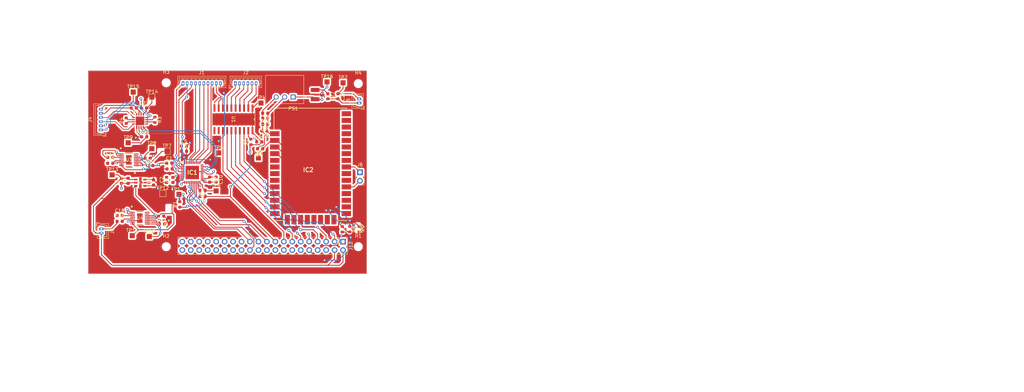
<source format=kicad_pcb>
(kicad_pcb (version 20221018) (generator pcbnew)
  (layers (0 "F.Cu" signal) (1 "In1.Cu" power) (2 "In2.Cu" power) (31 "B.Cu" signal) (34 "B.Paste" user) (35 "F.Paste" user) (36 "B.SilkS" user "B.Silkscreen") (37 "F.SilkS" user "F.Silkscreen") (38 "B.Mask" user) (39 "F.Mask" user) (44 "Edge.Cuts" user))
  (net 0 "")
  (net 1 "GND")
  (net 2 "Net-(IC1-REGCAPA)")
  (net 3 "5VADC")
  (net 4 "5VASupply{slash}Ref")
  (net 5 "3V3")
  (net 6 "Net-(IC1-REGCAPD)")
  (net 7 "5.2V")
  (net 8 "Net-(U3-BYPASS)")
  (net 9 "Net-(U3-NR)")
  (net 10 "Net-(U4-BYPASS)")
  (net 11 "Net-(U4-NR)")
  (net 12 "2.5V")
  (net 13 "5VXbee")
  (net 14 "Net-(D1-A)")
  (net 15 "VOUT")
  (net 16 "ANI16")
  (net 17 "ANI1")
  (net 18 "ANI3")
  (net 22 "DOUT")
  (net 23 "DIN")
  (net 24 "SCLK")
  (net 25 "CS")
  (net 26 "Net-(IC1-~{ERROR})")
  (net 30 "SG1")
  (net 31 "SG2")
  (net 32 "ANI9")
  (net 33 "ANI11")
  (net 34 "ANI13")
  (net 35 "ANI14")
  (net 36 "ANI15")
  (net 59 "Net-(IC2-DIO9{slash}ON{slash}~{SLEEP})")
  (net 62 "Net-(IC2-DIO6{slash}~{RTS})")
  (net 71 "DS6")
  (net 72 "DS5")
  (net 73 "DS4")
  (net 74 "DS3")
  (net 75 "DS2")
  (net 76 "DS1")
  (net 77 "SG1-")
  (net 78 "SG1+")
  (net 79 "SG2-")
  (net 80 "SG2+")
  (net 81 "DO6")
  (net 82 "DO5")
  (net 83 "DO4")
  (net 84 "DO3")
  (net 85 "DO2")
  (net 86 "DO1")
  (net 87 "Net-(PS1-+VIN)")
  (net 88 "Net-(U1-*OE)")
  (net 89 "Net-(U5-RG1__1)")
  (net 90 "Net-(U5-RG1)")
  (net 91 "Net-(U5-RG2__1)")
  (net 92 "Net-(U5-RG2)")
  (net 101 "DOUTXBee")
  (net 102 "DINXBee")
  (net 104 "Net-(J12-Pin_8)")
  (net 105 "Net-(J12-Pin_10)")
  (footprint "TestPoint:TestPoint_Pad_1.5x1.5mm" (layer "F.Cu") (at 138.684 59.182)
    (fp_text reference "TP4")
    (fp_text value "TestPoint")
  )
  (footprint "TestPoint:TestPoint_Pad_1.5x1.5mm" (layer "F.Cu") (at 158.496 52.832)
    (fp_text reference "TP16")
    (fp_text value "TestPoint")
  )
  (footprint "Capacitor_SMD:C_0603_1608Metric" (layer "F.Cu") (at 96.266 92.964)
    (fp_text reference "C18")
    (fp_text value "0.1uF")
  )
  (footprint "21xt_footprints:AD8222ACPZ-R7" (layer "F.Cu") (at 102.362 64.516 180)
    (fp_text reference "U5")
    (fp_text value "AD8222ACPZ-R7")
  )
  (footprint "Resistor_SMD:R_0603_1608Metric" (layer "F.Cu") (at 135.636 70.866 90)
    (fp_text reference "R2")
    (fp_text value "10k")
  )
  (footprint "TestPoint:TestPoint_Pad_1.5x1.5mm" (layer "F.Cu") (at 93.98 80.772)
    (fp_text reference "TP13")
    (fp_text value "TestPoint")
  )
  (footprint "MountingHole:MountingHole_2.2mm_M2" (layer "F.Cu") (at 110.236 53.086)
    (fp_text reference "H3")
    (fp_text value "MountingHole")
  )
  (footprint "Connector_PinHeader_2.54mm:PinHeader_2x20_P2.54mm_Vertical" (layer "F.Cu") (at 163.322 100.838 -90)
    (fp_text reference "J12")
    (fp_text value "Conn_02x20_Odd_Even")
  )
  (footprint "Inductor_SMD:L_1210_3225Metric" (layer "F.Cu") (at 154.94 56.642 -90)
    (fp_text reference "L1")
    (fp_text value "3.9uH")
  )
  (footprint "TestPoint:TestPoint_Pad_1.5x1.5mm" (layer "F.Cu") (at 105.918 57.404)
    (fp_text reference "TP14")
    (fp_text value "TestPoint")
  )
  (footprint "21xt_footprints:TPS78326DDCT" (layer "F.Cu") (at 102.46995 83.123999)
    (fp_text reference "U2")
    (fp_text value "TPS78326DDCT")
  )
  (footprint "Capacitor_SMD:C_0603_1608Metric" (layer "F.Cu") (at 93.4212 77.2668)
    (fp_text reference "C15")
    (fp_text value "0.1uF")
  )
  (footprint "TestPoint:TestPoint_Pad_1.5x1.5mm" (layer "F.Cu") (at 100.33 55.88)
    (fp_text reference "TP15")
    (fp_text value "TestPoint")
  )
  (footprint "Capacitor_SMD:C_0603_1608Metric" (layer "F.Cu") (at 115.57 73.66)
    (fp_text reference "C6")
    (fp_text value "0.1uF")
  )
  (footprint "Resistor_SMD:R_0603_1608Metric" (layer "F.Cu") (at 114.3 89.662 90)
    (fp_text reference "R1")
    (fp_text value "10k")
  )
  (footprint "Capacitor_SMD:C_0603_1608Metric" (layer "F.Cu") (at 100.497 60.665 180)
    (fp_text reference "C24")
    (fp_text value "0.1uF")
  )
  (footprint "Capacitor_SMD:C_0603_1608Metric" (layer "F.Cu") (at 105.41 77.978)
    (fp_text reference "C17")
    (fp_text value "0.1uF")
  )
  (footprint "MountingHole:MountingHole_2.2mm_M2" (layer "F.Cu") (at 110.236 102.362)
    (fp_text reference "H2")
    (fp_text value "MountingHole")
  )
  (footprint "Capacitor_SMD:C_0603_1608Metric" (layer "F.Cu") (at 98.806 82.55 90)
    (fp_text reference "C13")
    (fp_text value "0.1uF")
  )
  (footprint "TestPoint:TestPoint_Pad_1.5x1.5mm" (layer "F.Cu") (at 114.046 86.614)
    (fp_text reference "TP1")
    (fp_text value "TestPoint")
  )
  (footprint "Resistor_SMD:R_0603_1608Metric" (layer "F.Cu") (at 168.148 97.091 90)
    (fp_text reference "R8")
    (fp_text value "68")
  )
  (footprint "TestPoint:TestPoint_Pad_1.5x1.5mm" (layer "F.Cu") (at 125.222 85.598)
    (fp_text reference "TP6")
    (fp_text value "TestPoint")
  )
  (footprint "Capacitor_SMD:C_0603_1608Metric" (layer "F.Cu") (at 115.57 72.136)
    (fp_text reference "C5")
    (fp_text value "10uF")
  )
  (footprint "21xt_footprints:LT6658AHMSE-2.5-PBF" (layer "F.Cu") (at 102.3112 93.7768)
    (fp_text reference "U4")
    (fp_text value "LT6658AHMSE-5-PBF")
  )
  (footprint "TestPoint:TestPoint_Pad_1.5x1.5mm" (layer "F.Cu") (at 125.984 74.168)
    (fp_text reference "TP5")
    (fp_text value "TestPoint")
  )
  (footprint "Capacitor_SMD:C_0603_1608Metric" (layer "F.Cu") (at 139.954 63.754 180)
    (fp_text reference "C29")
    (fp_text value "10uF")
  )
  (footprint "Diode_SMD:D_0603_1608Metric" (layer "F.Cu") (at 138.43 72.898 180)
    (fp_text reference "D1")
    (fp_text value "D_Schottky")
  )
  (footprint "TestPoint:TestPoint_Pad_1.5x1.5mm" (layer "F.Cu") (at 110.49 73.66)
    (fp_text reference "TP7")
    (fp_text value "TestPoint")
  )
  (footprint "Resistor_SMD:R_0603_1608Metric" (layer "F.Cu") (at 165.354 97.091 90)
    (fp_text reference "R10")
    (fp_text value "100k")
  )
  (footprint "21xt_footprints:RLS397" (layer "F.Cu") (at 164.56993 94.4872)
    (fp_text reference "IC2")
    (fp_text value "XBP9X-DMUS-011" hide)
  )
  (footprint "Capacitor_SMD:C_0603_1608Metric" (layer "F.Cu") (at 161.798 57.15 -90)
    (fp_text reference "C26")
    (fp_text value "10uF")
  )
  (footprint "Capacitor_SMD:C_0603_1608Metric" (layer "F.Cu") (at 106.426 83.058 90)
    (fp_text reference "C16")
    (fp_text value "2.2uF")
  )
  (footprint "Capacitor_SMD:C_0603_1608Metric" (layer "F.Cu") (at 110.344 82.296 90)
    (fp_text reference "C2")
    (fp_text value "10uF")
  )
  (footprint "Capacitor_SMD:C_0603_1608Metric" (layer "F.Cu") (at 138.176 70.866)
    (fp_text reference "C11")
    (fp_text value "0.1uF")
  )
  (footprint "Capacitor_SMD:C_0603_1608Metric" (layer "F.Cu") (at 93.4342 75.4888)
    (fp_text reference "C14")
    (fp_text value "0.1uF")
  )
  (footprint "Connector_PinHeader_2.54mm:PinHeader_1x02_P2.54mm_Vertical" (layer "F.Cu") (at 168.402 80.005)
    (fp_text reference "J6")
    (fp_text value "Conn_01x02")
  )
  (footprint "Capacitor_SMD:C_0603_1608Metric" (layer "F.Cu") (at 139.954 62.23 180)
    (fp_text reference "C28")
    (fp_text value "0.1")
  )
  (footprint "Capacitor_SMD:C_0603_1608Metric" (layer "F.Cu") (at 125.1992 82.1908 -90)
    (fp_text reference "C10")
    (fp_text value "1uF")
  )
  (footprint "TestPoint:TestPoint_Pad_1.5x1.5mm" (layer "F.Cu") (at 109.22 86.36)
    (fp_text reference "TP12")
    (fp_text value "TestPoint")
  )
  (footprint "TestPoint:TestPoint_Pad_1.5x1.5mm" (layer "F.Cu") (at 105.156 99.314)
    (fp_text reference "TP10")
    (fp_text value "TestPoint")
  )
  (footprint "Capacitor_SMD:C_0603_1608Metric" (layer "F.Cu") (at 96.253 94.742)
    (fp_text reference "C19")
    (fp_text value "0.1uF")
  )
  (footprint "Capacitor_SMD:C_0603_1608Metric" (layer "F.Cu") (at 108.966 95.504)
    (fp_text reference "C21")
    (fp_text value "0.1uF")
  )
  (footprint "Capacitor_SMD:C_0603_1608Metric" (layer "F.Cu") (at 158.75 57.15 -90)
    (fp_text reference "C27")
    (fp_text value "4.7")
  )
  (footprint "Resistor_SMD:R_0603_1608Metric" (layer "F.Cu") (at 98.211 64.475 90)
    (fp_text reference "R4")
    (fp_text value "200")
  )
  (footprint "Capacitor_SMD:C_0603_1608Metric" (layer "F.Cu") (at 108.699 93.218 180)
    (fp_text reference "C22")
    (fp_text value "1uF")
  )
  (footprint "Capacitor_SMD:C_0603_1608Metric" (layer "F.Cu") (at 111.252 78.994)
    (fp_text reference "C3")
    (fp_text value "0.1uF")
  )
  (footprint "Connector_Molex:Molex_PicoBlade_53047-0210_1x02_P1.25mm_Vertical" (layer "F.Cu") (at 168.148 59.182 90)
    (fp_text reference "J5")
    (fp_text value "Conn_01x02")
  )
  (footprint "Capacitor_SMD:C_0603_1608Metric" (layer "F.Cu") (at 139.7 67.564 180)
    (fp_text reference "C31")
    (fp_text value "47pF")
  )
  (footprint "TestPoint:TestPoint_Pad_1.5x1.5mm" (layer "F.Cu") (at 105.918 72.898)
    (fp_text reference "TP8")
    (fp_text value "TestPoint")
  )
  (footprint "21xt_footprints:QFN50P600X600X80-41N-D" (layer "F.Cu") (at 118.0592 80.0608)
    (fp_text reference "IC1")
    (fp_text value "AD7175-8BCPZ-RL7" hide)
  )
  (footprint "Capacitor_SMD:C_0603_1608Metric" (layer "F.Cu") (at 123.2942 82.1908 -90)
    (fp_text reference "C9")
    (fp_text value "0.1uF")
  )
  (footprint "Capacitor_SMD:C_0603_1608Metric" (layer "F.Cu") (at 111.127 77.216)
    (fp_text reference "C1")
    (fp_text value "1uF")
  )
  (footprint "21xt_footprints:CONV_R-78B3.3-1.5" (layer "F.Cu") (at 145.796 55.118 180)
    (fp_text reference "PS1")
    (fp_text value "R-78B3.3-1.5L")
  )
  (footprint "Capacitor_SMD:C_0603_1608Metric" (layer "F.Cu") (at 103.632 69.342)
    (fp_text reference "C25")
    (fp_text value "0.1uF")
  )
  (footprint "21xt_footprints:SN74LVC245AN" (layer "F.Cu") (at 130.429 64.0842 -90)
    (fp_text reference "U1")
    (fp_text value "SN74LVC245AN")
  )
  (footprint "Capacitor_SMD:C_0603_1608Metric" (layer "F.Cu") (at 104.648 75.7428 180)
    (fp_text reference "C20")
    (fp_text value "1uF")
  )
  (footprint "Capacitor_SMD:C_0603_1608Metric" (layer "F.Cu") (at 103.545 60.665)
    (fp_text reference "C23")
    (fp_text value "0.1uF")
  )
  (footprint "21xt_footprints:LT6658AHMSE-2.5-PBF" (layer "F.Cu") (at 99.0092 76.2508)
    (fp_text reference "U3")
    (fp_text value "LT6658AHMSE-2.5-PBF")
  )
  (footprint "Capacitor_SMD:C_0603_1608Metric" (layer "F.Cu") (at 112.249 82.296 90)
    (fp_text reference "C4")
    (fp_text value "0.1uF")
  )
  (footprint "TestPoint:TestPoint_Pad_1.5x1.5mm" (layer "F.Cu") (at 163.322 53.086)
    (fp_text reference "TP2")
    (fp_text value "5V")
  )
  (footprint "Resistor_SMD:R_0603_1608Metric" (layer "F.Cu") (at 106.847 64.221 -90)
    (fp_text reference "R3")
    (fp_text value "200")
  )
  (footprint "Capacitor_SMD:C_0603_1608Metric" (layer "F.Cu") (at 139.954 65.532 180)
    (fp_text reference "C30")
    (fp_text value "47pF")
  )
  (footprint "Capacitor_SMD:C_0603_1608Metric" (layer "F.Cu") (at 96.774 82.55 90)
    (fp_text reference "C12")
    (fp_text value "1uF")
  )
  (footprint "TestPoint:TestPoint_Pad_1.5x1.5mm" (layer "F.Cu") (at 100.0252 99.06)
    (fp_text reference "TP11")
    (fp_text value "TestPoint")
  )
  (footprint "MountingHole:MountingHole_2.2mm_M2" (layer "F.Cu") (at 167.894 53.34)
    (fp_text reference "H4")
    (fp_text value "MountingHole")
  )
  (footprint "Connector_Molex:Molex_PicoBlade_53047-0210_1x02_P1.25mm_Vertical" (layer "F.Cu") (at 90.7642 97.0208 -90)
    (fp_text reference "J3")
    (fp_text value "Conn_01x02")
  )
  (footprint "Connector_Molex:Molex_PicoBlade_53047-1010_1x10_P1.25mm_Vertical" (layer "F.Cu") (at 115.279 53.282)
    (fp_text reference "J1")
    (fp_text value "Conn_01x10")
  )
  (footprint "TestPoint:TestPoint_Pad_1.5x1.5mm" (layer "F.Cu") (at 137.922 75.692)
    (fp_text reference "TP3")
    (fp_text value "TestPoint")
  )
  (footprint "TestPoint:TestPoint_Pad_1.5x1.5mm" (layer "F.Cu") (at 98.806 71.12)
    (fp_text reference "TP9")
    (fp_text value "TestPoint")
  )
  (footprint "Capacitor_SMD:C_0603_1608Metric" (layer "F.Cu") (at 121.1352 85.3658 180)
    (fp_text reference "C7")
    (fp_text value "0.1uF")
  )
  (footprint "MountingHole:MountingHole_2.2mm_M2" (layer "F.Cu") (at 167.894 102.362)
    (fp_text reference "H1")
    (fp_text value "MountingHole")
  )
  (footprint "Resistor_SMD:R_0603_1608Metric" (layer "F.Cu") (at 163.068 97.1296 -90)
    (fp_text reference "R9")
    (fp_text value "68")
  )
  (footprint "Connector_Molex:Molex_PicoBlade_53047-0610_1x06_P1.25mm_Vertical" (layer "F.Cu") (at 90.6272 67.2808 90)
    (fp_text reference "J4")
    (fp_text value "Conn_01x06")
  )
  (footprint "Capacitor_SMD:C_0603_1608Metric" (layer "F.Cu") (at 121.1352 87.2708 180)
    (fp_text reference "C8")
    (fp_text value "10uF")
  )
  (footprint "Connector_Molex:Molex_PicoBlade_53047-0610_1x06_P1.25mm_Vertical" (layer "F.Cu") (at 130.987 53.282)
    (fp_text reference "J2")
    (fp_text value "Conn_01x06")
  )
  (gr_rect (start 86.8172 49.4284) (end 170.434 110.49) (stroke (width 0.1)) (fill none) (layer "Edge.Cuts"))
  (segment (start 102.857 69.342) (end 101.346 69.342) (width 0.25) (layer "F.Cu") (net 1))
  (segment (start 124.46 80.01) (end 124.46 79.756) (width 0.25) (layer "F.Cu") (net 1))
  (segment (start 115.3632 83.0108) (end 114.808 83.566) (width 0.25) (layer "F.Cu") (net 1))
  (segment (start 140.934 62.23) (end 140.729 62.23) (width 0.25) (layer "F.Cu") (net 1))
  (segment (start 116.345 72.123) (end 117.348 71.12) (width 0.25) (layer "F.Cu") (net 1))
  (segment (start 105.6132 75.7428) (end 106.426 74.93) (width 0.25) (layer "F.Cu") (net 1))
  (segment (start 95.836798 74.500798) (end 95.25 73.914) (width 0.25) (layer "F.Cu") (net 1))
  (segment (start 125.279 55.937) (end 127 57.658) (width 0.25) (layer "F.Cu") (net 1))
  (segment (start 95.5748 75.0008) (end 95.25 74.676) (width 0.25) (layer "F.Cu") (net 1))
  (segment (start 125.984 57.658) (end 127 57.658) (width 0.25) (layer "F.Cu") (net 1))
  (segment (start 161.798 57.925) (end 158.75 57.925) (width 0.25) (layer "F.Cu") (net 1))
  (segment (start 109.728 93.218) (end 110.998 94.488) (width 0.25) (layer "F.Cu") (net 1))
  (segment (start 168.148 59.182) (end 163.055 59.182) (width 0.25) (layer "F.Cu") (net 1))
  (segment (start 98.8768 92.5268) (end 98.552 92.202) (width 0.25) (layer "F.Cu") (net 1))
  (segment (start 99.030502 94.526798) (end 98.806 94.7513) (width 0.25) (layer "F.Cu") (net 1))
  (segment (start 106.426 83.833) (end 106.693 83.833) (width 0.25) (layer "F.Cu") (net 1))
  (segment (start 101.561202 94.526798) (end 102.3112 93.7768) (width 0.25) (layer "F.Cu") (net 1))
  (segment (start 140.729 65.532) (end 140.729 62.23) (width 0.25) (layer "F.Cu") (net 1))
  (segment (start 106.185 77.978) (end 107.696 77.978) (width 0.25) (layer "F.Cu") (net 1))
  (segment (start 91.9988 75.4888) (end 91.186 74.676) (width 0.25) (layer "F.Cu") (net 1))
  (segment (start 113.8949 77.6211) (end 113.8949 77.8215) (width 0.25) (layer "F.Cu") (net 1))
  (segment (start 121.0092 79.8108) (end 121.7342 79.8108) (width 0.25) (layer "F.Cu") (net 1))
  (segment (start 145.796 57.368) (end 140.934 62.23) (width 0.25) (layer "F.Cu") (net 1))
  (segment (start 140.475 65.786) (end 140.729 65.532) (width 0.25) (layer "F.Cu") (net 1))
  (segment (start 101.387 66.461) (end 101.387 65.491) (width 0.25) (layer "F.Cu") (net 1))
  (segment (start 140.475 67.564) (end 140.475 65.786) (width 0.25) (layer "F.Cu") (net 1))
  (segment (start 100.1268 92.026798) (end 99.392798 92.026798) (width 0.25) (layer "F.Cu") (net 1))
  (segment (start 96.774 84.836) (end 96.774 83.325) (width 0.25) (layer "F.Cu") (net 1))
  (segment (start 96.8248 77.000798) (end 98.259202 77.000798) (width 0.25) (layer "F.Cu") (net 1))
  (segment (start 153.162 100.838) (end 153.162 98.806) (width 0.25) (layer "F.Cu") (net 1))
  (segment (start 137.401 70.866) (end 137.401 70.340598) (width 0.25) (layer "F.Cu") (net 1))
  (segment (start 93.780799 97.0208) (end 95.478 95.323599) (width 0.25) (layer "F.Cu") (net 1))
  (segment (start 121.7342 79.8108) (end 122.4414 80.518) (width 0.25) (layer "F.Cu") (net 1))
  (segment (start 109.982 95.504) (end 110.998 94.488) (width 0.25) (layer "F.Cu") (net 1))
  (segment (start 98.552 92.202) (end 98.552 91.186) (width 0.25) (layer "F.Cu") (net 1))
  (segment (start 127.254 60.706) (end 127.254 57.912) (width 0.25) (layer "F.Cu") (net 1))
  (segment (start 113.226233 81.143843) (end 113.39319 81.3108) (width 0.25) (layer "F.Cu") (net 1))
  (segment (start 102.77 58.066) (end 102.616 57.912) (width 0.25) (layer "F.Cu") (net 1))
  (segment (start 142.82753 68.4014) (end 141.3124 68.4014) (width 0.25) (layer "F.Cu") (net 1))
  (segment (start 108.458 77.216) (end 107.95 77.724) (width 0.25) (layer "F.Cu") (net 1))
  (segment (start 101.387 65.491) (end 102.362 64.516) (width 0.25) (layer "F.Cu") (net 1))
  (segment (start 101.387 62.33) (end 99.722 60.665) (width 0.25) (layer "F.Cu") (net 1))
  (segment (start 163.055 59.182) (end 161.798 57.925) (width 0.25) (layer "F.Cu") (net 1))
  (segment (start 125.984 60.706) (end 125.984 58.674) (width 0.25) (layer "F.Cu") (net 1))
  (segment (start 94.742 73.406) (end 95.25 73.914) (width 0.25) (layer "F.Cu") (net 1))
  (segment (start 140.475 68.821) (end 140.462 68.834) (width 0.25) (layer "F.Cu") (net 1))
  (segment (start 100.1268 94.526798) (end 101.561202 94.526798) (width 0.25) (layer "F.Cu") (net 1))
  (segment (start 124.714 60.706) (end 124.714 58.928) (width 0.25) (layer "F.Cu") (net 1))
  (segment (start 100.1268 92.5268) (end 98.8768 92.5268) (width 0.25) (layer "F.Cu") (net 1))
  (segment (start 91.186 73.66) (end 91.44 73.406) (width 0.25) (layer "F.Cu") (net 1))
  (segment (start 113.39319 81.3108) (end 115.1092 81.3108) (width 0.25) (layer "F.Cu") (net 1))
  (segment (start 119.8092 83.0108) (end 119.8092 84.8148) (width 0.25) (layer "F.Cu") (net 1))
  (segment (start 109.22 78.994) (end 107.95 77.724) (width 0.25) (layer "F.Cu") (net 1))
  (segment (start 125.984 58.674) (end 127 57.658) (width 0.25) (layer "F.Cu") (net 1))
  (segment (start 90.7642 97.0208) (end 93.780799 97.0208) (width 0.25) (layer "F.Cu") (net 1))
  (segment (start 119.8092 83.0108) (end 119.8092 83.7358) (width 0.25) (layer "F.Cu") (net 1))
  (segment (start 121.0092 82.3108) (end 121.0092 82.4012) (width 0.25) (layer "F.Cu") (net 1))
  (segment (start 110.477 78.994) (end 109.22 78.994) (width 0.25) (layer "F.Cu") (net 1))
  (segment (start 101.092 83.123999) (end 99.007001 83.123999) (width 0.25) (layer "F.Cu") (net 1))
  (segment (start 101.387 66.461) (end 101.387 67.872) (width 0.25) (layer "F.Cu") (net 1))
  (segment (start 95.728502 77.000798) (end 95.504 77.2253) (width 0.25) (layer "F.Cu") (net 1))
  (segment (start 95.478 95.323599) (end 95.478 94.742) (width 0.25) (layer "F.Cu") (net 1))
  (segment (start 140.475 67.564) (end 140.475 68.821) (width 0.25) (layer "F.Cu") (net 1))
  (segment (start 116.3092 77.1108) (end 116.3092 73.6958) (width 0.25) (layer "F.Cu") (net 1))
  (segment (start 101.387 62.571) (end 101.387 62.33) (width 0.25) (layer "F.Cu") (net 1))
  (segment (start 127.254 57.912) (end 127 57.658) (width 0.25) (layer "F.Cu") (net 1))
  (segment (start 109.474 93.218) (end 109.728 93.218) (width 0.25) (layer "F.Cu") (net 1))
  (segment (start 124.714 58.928) (end 125.984 57.658) (width 0.25) (layer "F.Cu") (net 1))
  (segment (start 116.345 73.66) (end 116.345 72.136) (width 0.25) (layer "F.Cu") (net 1))
  (segment (start 100.1268 94.526798) (end 99.030502 94.526798) (width 0.25) (layer "F.Cu") (net 1))
  (segment (start 105.423 75.7428) (end 105.6132 75.7428) (width 0.25) (layer "F.Cu") (net 1))
  (segment (start 137.401 70.340598) (end 136.781201 69.720799) (width 0.25) (layer "F.Cu") (net 1))
  (segment (start 96.8248 74.500798) (end 95.836798 74.500798) (width 0.25) (layer "F.Cu") (net 1))
  (segment (start 113.8949 77.8215) (end 114.3842 78.3108) (width 0.25) (layer "F.Cu") (net 1))
  (segment (start 102.77 60.665) (end 102.77 58.066) (width 0.25) (layer "F.Cu") (net 1))
  (segment (start 101.387 67.872) (end 102.857 69.342) (width 0.25) (layer "F.Cu") (net 1))
  (segment (start 96.8248 75.0008) (end 95.5748 75.0008) (width 0.25) (layer "F.Cu") (net 1))
  (segment (start 91.44 73.406) (end 94.742 73.406) (width 0.25) (layer "F.Cu") (net 1))
  (segment (start 115.8092 83.0108) (end 115.3632 83.0108) (width 0.25) (layer "F.Cu") (net 1))
  (segment (start 107.696 77.978) (end 107.95 77.724) (width 0.25) (layer "F.Cu") (net 1))
  (segment (start 121.666 83.058) (end 123.202 83.058) (width 0.25) (layer "F.Cu") (net 1))
  (segment (start 106.693 83.833) (end 107.696 84.836) (width 0.25) (layer "F.Cu") (net 1))
  (segment (start 110.352 77.216) (end 108.458 77.216) (width 0.25) (layer "F.Cu") (net 1))
  (segment (start 96.8248 77.000798) (end 95.728502 77.000798) (width 0.25) (layer "F.Cu") (net 1))
  (segment (start 114.3842 78.3108) (end 115.1092 78.3108) (width 0.25) (layer "F.Cu") (net 1))
  (segment (start 101.346 69.342) (end 101.092 69.596) (width 0.25) (layer "F.Cu") (net 1))
  (segment (start 91.8972 62.2808) (end 93.513 60.665) (width 0.25) (layer "F.Cu") (net 1))
  (segment (start 125.279 53.282) (end 125.279 55.937) (width 0.25) (layer "F.Cu") (net 1))
  (segment (start 123.952 80.518) (end 124.46 80.01) (width 0.25) (layer "F.Cu") (net 1))
  (segment (start 120.3602 87.2708) (end 120.3602 85.3658) (width 0.25) (layer "F.Cu") (net 1))
  (segment (start 91.186 74.676) (end 91.186 73.66) (width 0.25) (layer "F.Cu") (net 1))
  (segment (start 123.202 83.058) (end 123.2942 82.9658) (width 0.25) (layer "F.Cu") (net 1))
  (segment (start 120.396 84.074) (end 120.371901 84.098099) (width 0.25) (layer "F.Cu") (net 1))
  (segment (start 116.345 72.136) (end 116.345 72.123) (width 0.25) (layer "F.Cu") (net 1))
  (segment (start 121.703139 82.3108) (end 121.927639 82.5353) (width 0.25) (layer "F.Cu") (net 1))
  (segment (start 93.513 60.665) (end 99.722 60.665) (width 0.25) (layer "F.Cu") (net 1))
  (segment (start 119.8092 83.7358) (end 120.1474 84.074) (width 0.25) (layer "F.Cu") (net 1))
  (segment (start 121.0092 79.8108) (end 118.3092 79.8108) (width 0.25) (layer "F.Cu") (net 1))
  (segment (start 120.1474 84.074) (end 120.396 84.074) (width 0.25) (layer "F.Cu") (net 1))
  (segment (start 99.007001 83.123999) (end 98.806 83.325) (width 0.25) (layer "F.Cu") (net 1))
  (segment (start 116.3092 73.6958) (end 116.345 73.66) (width 0.25) (layer "F.Cu") (net 1))
  (segment (start 122.4414 80.518) (end 123.952 80.518) (width 0.25) (layer "F.Cu") (net 1))
  (segment (start 153.162 98.806) (end 152.908 98.552) (width 0.25) (layer "F.Cu") (net 1))
  (segment (start 95.25 74.676) (end 95.25 73.914) (width 0.25) (layer "F.Cu") (net 1))
  (segment (start 121.0092 82.4012) (end 121.666 83.058) (width 0.25) (layer "F.Cu") (net 1))
  (segment (start 92.6592 75.4888) (end 91.9988 75.4888) (width 0.25) (layer "F.Cu") (net 1))
  (segment (start 109.741 95.504) (end 109.982 95.504) (width 0.25) (layer "F.Cu") (net 1))
  (segment (start 98.806 83.325) (end 96.774 83.325) (width 0.25) (layer "F.Cu") (net 1))
  (segment (start 119.8092 84.8148) (end 120.3602 85.3658) (width 0.25) (layer "F.Cu") (net 1))
  (segment (start 90.6272 62.2808) (end 91.8972 62.2808) (width 0.25) (layer "F.Cu") (net 1))
  (segment (start 125.1992 82.9658) (end 123.2942 82.9658) (width 0.25) (layer "F.Cu") (net 1))
  (segment (start 118.3092 79.8108) (end 118.0592 80.0608) (width 0.25) (layer "F.Cu") (net 1))
  (segment (start 103.8479 84.074) (end 106.185 84.074) (width 0.25) (layer "F.Cu") (net 1))
  (segment (start 121.0092 82.3108) (end 121.703139 82.3108) (width 0.25) (layer "F.Cu") (net 1))
  (segment (start 98.259202 77.000798) (end 99.0092 76.2508) (width 0.25) (layer "F.Cu") (net 1))
  (segment (start 106.185 84.074) (end 106.426 83.833) (width 0.25) (layer "F.Cu") (net 1))
  (segment (start 99.392798 92.026798) (end 98.552 91.186) (width 0.25) (layer "F.Cu") (net 1))
  (segment (start 141.3124 68.4014) (end 140.475 67.564) (width 0.25) (layer "F.Cu") (net 1))
  (via (at 110.998 94.488) (size 0.8) (drill 0.4) (layers "F.Cu" "B.Cu") (net 1))
  (via (at 120.371901 84.098099) (size 0.8) (drill 0.4) (layers "F.Cu" "B.Cu") (net 1))
  (via (at 121.927639 82.5353) (size 0.8) (drill 0.4) (layers "F.Cu" "B.Cu") (net 1))
  (via (at 136.781201 69.720799) (size 0.8) (drill 0.4) (layers "F.Cu" "B.Cu") (net 1))
  (via (at 98.806 94.7513) (size 0.8) (drill 0.4) (layers "F.Cu" "B.Cu") (net 1))
  (via (at 152.908 98.552) (size 0.8) (drill 0.4) (layers "F.Cu" "B.Cu") (net 1))
  (via (at 98.552 91.186) (size 0.8) (drill 0.4) (layers "F.Cu" "B.Cu") (net 1))
  (via (at 127 57.658) (size 0.8) (drill 0.4) (layers "F.Cu" "B.Cu") (net 1))
  (via (at 124.46 79.756) (size 0.8) (drill 0.4) (layers "F.Cu" "B.Cu") (net 1))
  (via (at 114.808 83.566) (size 0.8) (drill 0.4) (layers "F.Cu" "B.Cu") (net 1))
  (via (at 95.25 77.216) (size 0.8) (drill 0.4) (layers "F.Cu" "B.Cu") (net 1))
  (via (at 140.462 68.834) (size 0.8) (drill 0.4) (layers "F.Cu" "B.Cu") (net 1))
  (via (at 101.092 69.596) (size 0.8) (drill 0.4) (layers "F.Cu" "B.Cu") (net 1))
  (via (at 113.8949 77.6211) (size 0.8) (drill 0.4) (layers "F.Cu" "B.Cu") (net 1))
  (via (at 95.25 73.914) (size 0.8) (drill 0.4) (layers "F.Cu" "B.Cu") (net 1))
  (via (at 102.616 57.912) (size 0.8) (drill 0.4) (layers "F.Cu" "B.Cu") (net 1))
  (via (at 106.426 74.93) (size 0.8) (drill 0.4) (layers "F.Cu" "B.Cu") (net 1))
  (via (at 107.696 84.836) (size 0.8) (drill 0.4) (layers "F.Cu" "B.Cu") (net 1))
  (via (at 113.226233 81.143843) (size 0.8) (drill 0.4) (layers "F.Cu" "B.Cu") (net 1))
  (via (at 117.348 71.12) (size 0.8) (drill 0.4) (layers "F.Cu" "B.Cu") (net 1))
  (via (at 96.774 84.836) (size 0.8) (drill 0.4) (layers "F.Cu" "B.Cu") (net 1))
  (via (at 107.95 77.724) (size 0.8) (drill 0.4) (layers "F.Cu" "B.Cu") (net 1))
  (segment (start 113.918495 80.8108) (end 112.101695 78.994) (width 0.25) (layer "F.Cu") (net 2))
  (segment (start 112.027 77.341) (end 111.902 77.216) (width 0.25) (layer "F.Cu") (net 2))
  (segment (start 115.1092 80.8108) (end 113.918495 80.8108) (width 0.25) (layer "F.Cu") (net 2))
  (segment (start 112.027 78.994) (end 112.027 77.341) (width 0.25) (layer "F.Cu") (net 2))
  (segment (start 112.101695 78.994) (end 112.027 78.994) (width 0.25) (layer "F.Cu") (net 2))
  (segment (start 108.204 66.802) (end 109.474 65.532) (width 0.25) (layer "F.Cu") (net 3))
  (segment (start 115.1092 81.8108) (end 113.5092 81.8108) (width 0.25) (layer "F.Cu") (net 3))
  (segment (start 103.088198 78.000802) (end 103.3142 77.7748) (width 0.25) (layer "F.Cu") (net 3))
  (segment (start 106.426 82.283) (end 106.426 79.769) (width 0.25) (layer "F.Cu") (net 3))
  (segment (start 103.337 66.461) (end 104.353188 66.461) (width 0.25) (layer "F.Cu") (net 3))
  (segment (start 102.629 75.267481) (end 102.629 71.12) (width 0.25) (layer "F.Cu") (net 3))
  (segment (start 101.1936 78.000802) (end 103.088198 78.000802) (width 0.25) (layer "F.Cu") (net 3))
  (segment (start 108.712 73.914) (end 108.712 73.950637) (width 0.25) (layer "F.Cu") (net 3))
  (segment (start 104.407 67.531) (end 104.407 69.342) (width 0.25) (layer "F.Cu") (net 3))
  (segment (start 101.1936 77.000801) (end 102.540201 77.000801) (width 0.25) (layer "F.Cu") (net 3))
  (segment (start 109.22 86.36) (end 109.22 84.595) (width 0.25) (layer "F.Cu") (net 3))
  (segment (start 104.4318 77.7748) (end 104.635 77.978) (width 0.25) (layer "F.Cu") (net 3))
  (segment (start 103.337 62.525) (end 104.32 61.542) (width 0.25) (layer "F.Cu") (net 3))
  (segment (start 105.918 59.182) (end 105.918 57.404) (width 0.25) (layer "F.Cu") (net 3))
  (segment (start 106.426 79.769) (end 104.635 77.978) (width 0.25) (layer "F.Cu") (net 3))
  (segment (start 108.417 60.665) (end 104.32 60.665) (width 0.25) (layer "F.Cu") (net 3))
  (segment (start 103.3142 77.7748) (end 104.4318 77.7748) (width 0.25) (layer "F.Cu") (net 3))
  (segment (start 109.22 84.595) (end 107.696 83.071) (width 0.25) (layer "F.Cu") (net 3))
  (segment (start 103.337 62.571) (end 103.337 62.525) (width 0.25) (layer "F.Cu") (net 3))
  (segment (start 113.5092 81.8108) (end 113.0092 82.3108) (width 0.25) (layer "F.Cu") (net 3))
  (segment (start 104.32 61.542) (end 104.32 60.665) (width 0.25) (layer "F.Cu") (net 3))
  (segment (start 104.684637 77.978) (end 104.635 77.978) (width 0.25) (layer "F.Cu") (net 3))
  (segment (start 101.1936 77.5008) (end 103.0402 77.5008) (width 0.25) (layer "F.Cu") (net 3))
  (segment (start 107.214 83.071) (end 107.696 83.071) (width 0.25) (layer "F.Cu") (net 3))
  (segment (start 107.696 83.071) (end 110.344 83.071) (width 0.25) (layer "F.Cu") (net 3))
  (segment (start 106.316998 82.173998) (end 106.426 82.283) (width 0.25) (layer "F.Cu") (net 3))
  (segment (start 104.694188 66.802) (end 108.204 66.802) (width 0.25) (layer "F.Cu") (net 3))
  (segment (start 103.0402 77.5008) (end 103.3142 77.7748) (width 0.25) (layer "F.Cu") (net 3))
  (segment (start 102.620181 75.2763) (end 102.629 75.267481) (width 0.25) (layer "F.Cu") (net 3))
  (segment (start 109.474 65.532) (end 109.474 61.722) (width 0.25) (layer "F.Cu") (net 3))
  (segment (start 108.966 73.66) (end 108.712 73.914) (width 0.25) (layer "F.Cu") (net 3))
  (segment (start 106.426 82.283) (end 107.214 83.071) (width 0.25) (layer "F.Cu") (net 3))
  (segment (start 103.337 66.461) (end 104.407 67.531) (width 0.25) (layer "F.Cu") (net 3))
  (segment (start 104.353188 66.461) (end 104.694188 66.802) (width 0.25) (layer "F.Cu") (net 3))
  (segment (start 110.49 73.66) (end 108.966 73.66) (width 0.25) (layer "F.Cu") (net 3))
  (segment (start 108.712 73.950637) (end 104.684637 77.978) (width 0.25) (layer "F.Cu") (net 3))
  (segment (start 109.474 61.722) (end 108.417 60.665) (width 0.25) (layer "F.Cu") (net 3))
  (segment (start 102.540201 77.000801) (end 103.3142 77.7748) (width 0.25) (layer "F.Cu") (net 3))
  (segment (start 101.1936 75.500802) (end 102.395679 75.500802) (width 0.25) (layer "F.Cu") (net 3))
  (segment (start 104.32 60.665) (end 104.435 60.665) (width 0.25) (layer "F.Cu") (net 3))
  (segment (start 112.249 83.071) (end 113.0092 82.3108) (width 0.25) (layer "F.Cu") (net 3))
  (segment (start 102.629 71.12) (end 98.806 71.12) (width 0.25) (layer "F.Cu") (net 3))
  (segment (start 103.8479 82.173998) (end 106.316998 82.173998) (width 0.25) (layer "F.Cu") (net 3))
  (segment (start 113.0092 82.3108) (end 115.1092 82.3108) (width 0.25) (layer "F.Cu") (net 3))
  (segment (start 104.407 69.342) (end 102.629 71.12) (width 0.25) (layer "F.Cu") (net 3))
  (segment (start 102.395679 75.500802) (end 102.620181 75.2763) (width 0.25) (layer "F.Cu") (net 3))
  (segment (start 104.435 60.665) (end 105.918 59.182) (width 0.25) (layer "F.Cu") (net 3))
  (via (at 102.620181 75.2763) (size 0.8) (drill 0.4) (layers "F.Cu" "B.Cu") (net 3))
  (via (at 104.635 77.978) (size 0.8) (drill 0.4) (layers "F.Cu" "B.Cu") (net 3))
  (segment (start 104.635 77.978) (end 103.124 76.467) (width 0.25) (layer "B.Cu") (net 3))
  (segment (start 103.124 75.780119) (end 102.620181 75.2763) (width 0.25) (layer "B.Cu") (net 3))
  (segment (start 103.124 76.467) (end 103.124 75.780119) (width 0.25) (layer "B.Cu") (net 3))
  (segment (start 112.522 92.71) (end 112.522 95.504) (width 0.25) (layer "F.Cu") (net 4))
  (segment (start 107.6152 93.5268) (end 107.924 93.218) (width 0.25) (layer "F.Cu") (net 4))
  (segment (start 125.984 74.168) (end 123.952 76.2) (width 0.25) (layer "F.Cu") (net 4))
  (segment (start 125.984 70.612) (end 125.984 74.168) (width 0.25) (layer "F.Cu") (net 4))
  (segment (start 114.795 75.425) (end 114.795 73.66) (width 0.25) (layer "F.Cu") (net 4))
  (segment (start 115.8092 77.1108) (end 115.8092 76.4392) (width 0.25) (layer "F.Cu") (net 4))
  (segment (start 115.58507 75.442797) (end 115.58507 74.45007) (width 0.25) (layer "F.Cu") (net 4))
  (segment (start 123.952 76.2) (end 123.444 76.2) (width 0.25) (layer "F.Cu") (net 4))
  (segment (start 104.4956 94.0268) (end 107.1152 94.0268) (width 0.25) (layer "F.Cu") (net 4))
  (segment (start 100.104001 99.06) (end 101.882001 97.282) (width 0.25) (layer "F.Cu") (net 4))
  (segment (start 115.58507 74.45007) (end 114.795 73.66) (width 0.25) (layer "F.Cu") (net 4))
  (segment (start 104.4956 93.5268) (end 107.6152 93.5268) (width 0.25) (layer "F.Cu") (net 4))
  (segment (start 112.23 92.418) (end 112.014 92.202) (width 0.25) (layer "F.Cu") (net 4))
  (segment (start 100.0252 99.06) (end 100.104001 99.06) (width 0.25) (layer "F.Cu") (net 4))
  (segment (start 107.1152 94.0268) (end 107.924 93.218) (width 0.25) (layer "F.Cu") (net 4))
  (segment (start 126.529 53.282) (end 126.529 55.155) (width 0.25) (layer "F.Cu") (net 4))
  (segment (start 112.014 92.202) (end 112.014 85.09) (width 0.25) (layer "F.Cu") (net 4))
  (segment (start 112.522 95.504) (end 110.744 97.282) (width 0.25) (layer "F.Cu") (net 4))
  (segment (start 115.8092 76.4392) (end 114.795 75.425) (width 0.25) (layer "F.Cu") (net 4))
  (segment (start 100.1268 95.0268) (end 100.1268 95.526799) (width 0.25) (layer "F.Cu") (net 4))
  (segment (start 114.795 73.66) (end 114.795 72.136) (width 0.25) (layer "F.Cu") (net 4))
  (segment (start 101.882001 97.282) (end 100.1268 95.526799) (width 0.25) (layer "F.Cu") (net 4))
  (segment (start 112.23 92.418) (end 112.522 92.71) (width 0.25) (layer "F.Cu") (net 4))
  (segment (start 110.744 97.282) (end 101.882001 97.282) (width 0.25) (layer "F.Cu") (net 4))
  (segment (start 107.924 93.218) (end 108.724 92.418) (width 0.25) (layer "F.Cu") (net 4))
  (segment (start 126.529 55.155) (end 127.508 56.134) (width 0.25) (layer "F.Cu") (net 4))
  (segment (start 108.724 92.418) (end 112.23 92.418) (width 0.25) (layer "F.Cu") (net 4))
  (via (at 115.58507 75.442797) (size 0.8) (drill 0.4) (layers "F.Cu" "B.Cu") (net 4))
  (via (at 125.984 70.612) (size 0.8) (drill 0.4) (layers "F.Cu" "B.Cu") (net 4))
  (via (at 127.508 56.134) (size 0.8) (drill 0.4) (layers "F.Cu" "B.Cu") (net 4))
  (via (at 112.014 85.09) (size 0.8) (drill 0.4) (layers "F.Cu" "B.Cu") (net 4))
  (via (at 123.444 76.2) (size 0.8) (drill 0.4) (layers "F.Cu" "B.Cu") (net 4))
  (segment (start 127.725 68.871) (end 125.984 70.612) (width 0.25) (layer "B.Cu") (net 4))
  (segment (start 123.444 76.2) (end 116.342273 76.2) (width 0.25) (layer "B.Cu") (net 4))
  (segment (start 116.342273 76.2) (end 115.58507 75.442797) (width 0.25) (layer "B.Cu") (net 4))
  (segment (start 127.508 56.134) (end 127.725 56.351) (width 0.25) (layer "B.Cu") (net 4))
  (segment (start 115.58507 81.51893) (end 115.58507 75.442797) (width 0.25) (layer "B.Cu") (net 4))
  (segment (start 127.725 56.351) (end 127.725 68.871) (width 0.25) (layer "B.Cu") (net 4))
  (segment (start 112.014 85.09) (end 115.58507 81.51893) (width 0.25) (layer "B.Cu") (net 4))
  (segment (start 136.144 60.706) (end 137.668 59.182) (width 0.25) (layer "F.Cu") (net 5))
  (segment (start 121.666 88.646) (end 121.666 87.515) (width 0.25) (layer "F.Cu") (net 5))
  (segment (start 129.4348 87.2708) (end 129.54 87.376) (width 0.25) (layer "F.Cu") (net 5))
  (segment (start 135.382 73.914) (end 135.382 71.945) (width 0.25) (layer "F.Cu") (net 5))
  (segment (start 121.9102 87.2708) (end 129.4348 87.2708) (width 0.25) (layer "F.Cu") (net 5))
  (segment (start 136.144 67.4624) (end 136.144 68.059) (width 0.25) (layer "F.Cu") (net 5))
  (segment (start 121.158 83.8596) (end 121.158 84.6136) (width 0.25) (layer "F.Cu") (net 5))
  (segment (start 125.222 85.598) (end 122.1424 85.598) (width 0.25) (layer "F.Cu") (net 5))
  (segment (start 114.3 90.487) (end 116.269 90.487) (width 0.25) (layer "F.Cu") (net 5))
  (segment (start 136.144 60.706) (end 136.144 67.4624) (width 0.25) (layer "F.Cu") (net 5))
  (segment (start 121.158 84.6136) (end 121.9102 85.3658) (width 0.25) (layer "F.Cu") (net 5))
  (segment (start 121.9102 87.2708) (end 121.9102 85.3658) (width 0.25) (layer "F.Cu") (net 5))
  (segment (start 129.54 87.376) (end 143.002 100.838) (width 0.25) (layer "F.Cu") (net 5))
  (segment (start 121.666 87.515) (end 121.9102 87.2708) (width 0.25) (layer "F.Cu") (net 5))
  (segment (start 120.3092 83.0108) (end 121.158 83.8596) (width 0.25) (layer "F.Cu") (net 5))
  (segment (start 129.54 87.376) (end 129.54 84.328) (width 0.25) (layer "F.Cu") (net 5))
  (segment (start 135.636 71.691) (end 138.126 71.691) (width 0.25) (layer "F.Cu") (net 5))
  (segment (start 136.144 68.059) (end 138.951 70.866) (width 0.25) (layer "F.Cu") (net 5))
  (segment (start 122.1424 85.598) (end 121.9102 85.3658) (width 0.25) (layer "F.Cu") (net 5))
  (segment (start 138.126 71.691) (end 138.951 70.866) (width 0.25) (layer "F.Cu") (net 5))
  (segment (start 116.269 90.487) (end 116.586 90.17) (width 0.25) (layer "F.Cu") (net 5))
  (segment (start 137.668 59.182) (end 138.684 59.182) (width 0.25) (layer "F.Cu") (net 5))
  (segment (start 135.382 71.945) (end 135.636 71.691) (width 0.25) (layer "F.Cu") (net 5))
  (via (at 116.586 90.17) (size 0.8) (drill 0.4) (layers "F.Cu" "B.Cu") (net 5))
  (via (at 129.54 84.328) (size 0.8) (drill 0.4) (layers "F.Cu" "B.Cu") (net 5))
  (via (at 121.666 88.646) (size 0.8) (drill 0.4) (layers "F.Cu" "B.Cu") (net 5))
  (via (at 135.382 73.914) (size 0.8) (drill 0.4) (layers "F.Cu" "B.Cu") (net 5))
  (segment (start 135.382 78.486) (end 135.382 73.914) (width 0.25) (layer "B.Cu") (net 5))
  (segment (start 120.142 90.17) (end 121.666 88.646) (width 0.25) (layer "B.Cu") (net 5))
  (segment (start 116.586 90.17) (end 120.142 90.17) (width 0.25) (layer "B.Cu") (net 5))
  (segment (start 129.54 84.328) (end 135.382 78.486) (width 0.25) (layer "B.Cu") (net 5))
  (segment (start 125.1992 81.4158) (end 123.2942 81.4158) (width 0.25) (layer "F.Cu") (net 6))
  (segment (start 121.0092 81.8108) (end 122.8992 81.8108) (width 0.25) (layer "F.Cu") (net 6))
  (segment (start 122.8992 81.8108) (end 123.2942 81.4158) (width 0.25) (layer "F.Cu") (net 6))
  (segment (start 88.392 97.536) (end 88.392 90.157) (width 0.25) (layer "F.Cu") (net 7))
  (segment (start 107.72 95.504) (end 108.191 95.504) (width 0.25) (layer "F.Cu") (net 7))
  (segment (start 93.98 107.95) (end 158.75 107.95) (width 0.25) (layer "F.Cu") (net 7))
  (segment (start 107.72 95.504) (end 107.2428 95.0268) (width 0.25) (layer "F.Cu") (net 7))
  (segment (start 108.458 98.552) (end 108.458 98.298) (width 0.25) (layer "F.Cu") (net 7))
  (segment (start 90.7642 98.2708) (end 89.1268 98.2708) (width 0.25) (layer "F.Cu") (net 7))
  (segment (start 90.7642 98.2708) (end 90.7642 104.7342) (width 0.25) (layer "F.Cu") (net 7))
  (segment (start 158.75 107.95) (end 160.782 105.918) (width 0.25) (layer "F.Cu") (net 7))
  (segment (start 101.092 86.992275) (end 106.893185 92.79346) (width 0.25) (layer "F.Cu") (net 7))
  (segment (start 106.426 92.964) (end 106.722645 92.964) (width 0.25) (layer "F.Cu") (net 7))
  (segment (start 106.722645 92.964) (end 106.893185 92.79346) (width 0.25) (layer "F.Cu") (net 7))
  (segment (start 88.392 90.157) (end 90.6715 87.8775) (width 0.25) (layer "F.Cu") (net 7))
  (segment (start 108.191 94.501) (end 108.204 94.488) (width 0.25) (layer "F.Cu") (net 7))
  (segment (start 90.3642 98.2708) (end 90.337 98.298) (width 0.25) (layer "F.Cu") (net 7))
  (segment (start 107.660198 96.034802) (end 107.152198 95.526802) (width 0.25) (layer "F.Cu") (net 7))
  (segment (start 99.204998 82.173998) (end 98.806 81.775) (width 0.25) (layer "F.Cu") (net 7))
  (segment (start 101.092 85.852) (end 101.092 86.992275) (width 0.25) (layer "F.Cu") (net 7))
  (segment (start 107.152198 95.526802) (end 104.4956 95.526802) (width 0.25) (layer "F.Cu") (net 7))
  (segment (start 97.2885 87.8775) (end 101.092 84.074) (width 0.25) (layer "F.Cu") (net 7))
  (segment (start 105.156 99.314) (end 107.696 99.314) (width 0.25) (layer "F.Cu") (net 7))
  (segment (start 90.7642 98.2708) (end 88.8728 98.2708) (width 0.25) (layer "F.Cu") (net 7))
  (segment (start 108.191 95.504) (end 108.191 94.501) (width 0.25) (layer "F.Cu") (net 7))
  (segment (start 107.213801 94.526801) (end 104.4956 94.526801) (width 0.25) (layer "F.Cu") (net 7))
  (segment (start 90.6715 87.8775) (end 93.8465 84.7025) (width 0.25) (layer "F.Cu") (net 7))
  (segment (start 106.363198 93.026802) (end 106.426 92.964) (width 0.25) (layer "F.Cu") (net 7))
  (segment (start 108.191 95.504) (end 107.660198 96.034802) (width 0.25) (layer "F.Cu") (net 7))
  (segment (start 108.1602 95.5348) (end 108.191 95.504) (width 0.25) (layer "F.Cu") (net 7))
  (segment (start 104.4956 93.026802) (end 106.363198 93.026802) (width 0.25) (layer "F.Cu") (net 7))
  (segment (start 90.7642 104.7342) (end 93.98 107.95) (width 0.25) (layer "F.Cu") (net 7))
  (segment (start 89.1268 98.2708) (end 88.392 97.536) (width 0.25) (layer "F.Cu") (net 7))
  (segment (start 101.092 82.173998) (end 99.204998 82.173998) (width 0.25) (layer "F.Cu") (net 7))
  (segment (start 101.092 84.074) (end 101.092 85.852) (width 0.25) (layer "F.Cu") (net 7))
  (segment (start 107.696 99.314) (end 108.458 98.552) (width 0.25) (layer "F.Cu") (net 7))
  (segment (start 93.98 80.772) (end 95.771 80.772) (width 0.25) (layer "F.Cu") (net 7))
  (segment (start 95.771 80.772) (end 96.774 81.775) (width 0.25) (layer "F.Cu") (net 7))
  (segment (start 160.782 105.918) (end 160.782 103.378) (width 0.25) (layer "F.Cu") (net 7))
  (segment (start 90.7642 98.2708) (end 90.3642 98.2708) (width 0.25) (layer "F.Cu") (net 7))
  (segment (start 98.806 81.775) (end 96.774 81.775) (width 0.25) (layer "F.Cu") (net 7))
  (segment (start 108.191 95.504) (end 107.213801 94.526801) (width 0.25) (layer "F.Cu") (net 7))
  (segment (start 90.6715 87.8775) (end 97.2885 87.8775) (width 0.25) (layer "F.Cu") (net 7))
  (segment (start 108.204 96.5575) (end 108.204 95.517) (width 0.25) (layer "F.Cu") (net 7))
  (segment (start 163.322 103.378) (end 163.322 106.934) (width 0.25) (layer "F.Cu") (net 7))
  (segment (start 163.322 106.934) (end 162.306 107.95) (width 0.25) (layer "F.Cu") (net 7))
  (segment (start 93.8465 84.7025) (end 96.774 81.775) (width 0.25) (layer "F.Cu") (net 7))
  (segment (start 107.2428 95.0268) (end 104.4956 95.0268) (width 0.25) (layer "F.Cu") (net 7))
  (segment (start 162.306 107.95) (end 158.75 107.95) (width 0.25) (layer "F.Cu") (net 7))
  (segment (start 108.204 95.517) (end 108.191 95.504) (width 0.25) (layer "F.Cu") (net 7))
  (via (at 108.204 96.5575) (size 0.8) (drill 0.4) (layers "F.Cu" "B.Cu") (net 7))
  (via (at 108.458 98.298) (size 0.8) (drill 0.4) (layers "F.Cu" "B.Cu") (net 7))
  (via (at 108.204 94.488) (size 0.8) (drill 0.4) (layers "F.Cu" "B.Cu") (net 7))
  (via (at 106.893185 92.79346) (size 0.8) (drill 0.4) (layers "F.Cu" "B.Cu") (net 7))
  (segment (start 108.458 96.8115) (end 108.204 96.5575) (width 0.25) (layer "B.Cu") (net 7))
  (segment (start 106.893185 92.79346) (end 106.893185 93.177185) (width 0.25) (layer "B.Cu") (net 7))
  (segment (start 106.893185 93.177185) (end 108.204 94.488) (width 0.25) (layer "B.Cu") (net 7))
  (segment (start 108.458 98.298) (end 108.458 96.8115) (width 0.25) (layer "B.Cu") (net 7))
  (segment (start 94.2092 75.4888) (end 94.221199 75.500799) (width 0.25) (layer "F.Cu") (net 8))
  (segment (start 94.221199 75.500799) (end 96.8248 75.500799) (width 0.25) (layer "F.Cu") (net 8))
  (segment (start 94.9622 76.5008) (end 94.1962 77.2668) (width 0.25) (layer "F.Cu") (net 9))
  (segment (start 96.8248 76.5008) (end 94.9622 76.5008) (width 0.25) (layer "F.Cu") (net 9))
  (segment (start 100.1268 93.026799) (end 97.103799 93.026799) (width 0.25) (layer "F.Cu") (net 10))
  (segment (start 97.081 93.004) (end 97.041 92.964) (width 0.25) (layer "F.Cu") (net 10))
  (segment (start 97.103799 93.026799) (end 97.041 92.964) (width 0.25) (layer "F.Cu") (net 10))
  (segment (start 100.1268 94.0268) (end 97.7432 94.0268) (width 0.25) (layer "F.Cu") (net 11))
  (segment (start 97.7432 94.0268) (end 97.028 94.742) (width 0.25) (layer "F.Cu") (net 11))
  (segment (start 100.472 59.865) (end 101.272 60.665) (width 0.25) (layer "F.Cu") (net 12))
  (segment (start 104.8827 76.7525) (end 103.873 75.7428) (width 0.25) (layer "F.Cu") (net 12))
  (segment (start 99.06 59.865) (end 99.568 59.865) (width 0.25) (layer "F.Cu") (net 12))
  (segment (start 101.272 60.665) (end 102.037 61.43) (width 0.25) (layer "F.Cu") (net 12))
  (segment (start 103.0562 76.0073) (end 103.0562 76.0008) (width 0.25) (layer "F.Cu") (net 12))
  (segment (start 90.6272 61.0308) (end 91.793 59.865) (width 0.25) (layer "F.Cu") (net 12))
  (segment (start 101.1936 76.5008) (end 102.5627 76.5008) (width 0.25) (layer "F.Cu") (net 12))
  (segment (start 103.615 76.0008) (end 103.873 75.7428) (width 0.25) (layer "F.Cu") (net 12))
  (segment (start 103.873 74.943) (end 105.918 72.898) (width 0.25) (layer "F.Cu") (net 12))
  (segment (start 96.8248 78.000799) (end 98.072001 79.248) (width 0.25) (layer "F.Cu") (net 12))
  (segment (start 103.873 75.7428) (end 103.873 74.943) (width 0.25) (layer "F.Cu") (net 12))
  (segment (start 102.037 61.43) (end 102.037 62.571) (width 0.25) (layer "F.Cu") (net 12))
  (segment (start 104.8827 76.754632) (end 104.8827 76.7525) (width 0.25) (layer "F.Cu") (net 12))
  (segment (start 98.072001 79.248) (end 103.124 79.248) (width 0.25) (layer "F.Cu") (net 12))
  (segment (start 99.568 59.865) (end 100.472 59.865) (width 0.25) (layer "F.Cu") (net 12))
  (segment (start 100.33 58.595) (end 100.33 55.88) (width 0.25) (layer "F.Cu") (net 12))
  (segment (start 102.5627 76.5008) (end 103.0562 76.0073) (width 0.25) (layer "F.Cu") (net 12))
  (segment (start 102.687 62.571) (end 102.687 62.08) (width 0.25) (layer "F.Cu") (net 12))
  (segment (start 103.0562 76.0008) (end 103.615 76.0008) (width 0.25) (layer "F.Cu") (net 12))
  (segment (start 103.124 79.248) (end 103.378 78.994) (width 0.25) (layer "F.Cu") (net 12))
  (segment (start 103.0562 76.0008) (end 101.1936 76.0008) (width 0.25) (layer "F.Cu") (net 12))
  (segment (start 99.06 59.865) (end 100.33 58.595) (width 0.25) (layer "F.Cu") (net 12))
  (segment (start 91.793 59.865) (end 99.06 59.865) (width 0.25) (layer "F.Cu") (net 12))
  (segment (start 102.687 62.08) (end 102.037 61.43) (width 0.25) (layer "F.Cu") (net 12))
  (segment (start 96.8248 78.000799) (end 96.8248 77.5008) (width 0.25) (layer "F.Cu") (net 12))
  (via (at 104.8827 76.754632) (size 0.8) (drill 0.4) (layers "F.Cu" "B.Cu") (net 12))
  (via (at 103.378 78.994) (size 0.8) (drill 0.4) (layers "F.Cu" "B.Cu") (net 12))
  (segment (start 105.36 77.231932) (end 104.8827 76.754632) (width 0.25) (layer "B.Cu") (net 12))
  (segment (start 103.886 79.248) (end 104.14 78.994) (width 0.25) (layer "B.Cu") (net 12))
  (segment (start 103.378 78.994) (end 104.644305 78.994) (width 0.25) (layer "B.Cu") (net 12))
  (segment (start 104.644305 78.994) (end 105.36 78.278305) (width 0.25) (layer "B.Cu") (net 12))
  (segment (start 104.14 75.946) (end 103.886 75.692) (width 0.25) (layer "B.Cu") (net 12))
  (segment (start 105.36 78.278305) (end 105.36 77.231932) (width 0.25) (layer "B.Cu") (net 12))
  (segment (start 157.617 55.242) (end 158.75 56.375) (width 0.25) (layer "F.Cu") (net 13))
  (segment (start 163.322 54.851) (end 163.322 53.086) (width 0.25) (layer "F.Cu") (net 13))
  (segment (start 167.914 57.932) (end 166.357 56.375) (width 0.25) (layer "F.Cu") (net 13))
  (segment (start 154.94 55.242) (end 157.617 55.242) (width 0.25) (layer "F.Cu") (net 13))
  (segment (start 168.148 57.932) (end 167.914 57.932) (width 0.25) (layer "F.Cu") (net 13))
  (segment (start 161.798 56.375) (end 163.322 54.851) (width 0.25) (layer "F.Cu") (net 13))
  (segment (start 166.357 56.375) (end 161.798 56.375) (width 0.25) (layer "F.Cu") (net 13))
  (segment (start 139.179 62.23) (end 139.179 63.754) (width 0.25) (layer "F.Cu") (net 14))
  (segment (start 143.256 57.368) (end 139.179 61.445) (width 0.25) (layer "F.Cu") (net 14))
  (segment (start 138.4425 72.098) (end 137.6425 72.898) (width 0.25) (layer "F.Cu") (net 14))
  (segment (start 139.726 68.365) (end 139.726 71.564) (width 0.25) (layer "F.Cu") (net 14))
  (segment (start 139.726 71.564) (end 139.192 72.098) (width 0.25) (layer "F.Cu") (net 14))
  (segment (start 139.179 67.31) (end 138.925 67.564) (width 0.25) (layer "F.Cu") (net 14))
  (segment (start 138.925 67.564) (end 139.726 68.365) (width 0.25) (layer "F.Cu") (net 14))
  (segment (start 139.192 72.098) (end 138.4425 72.098) (width 0.25) (layer "F.Cu") (net 14))
  (segment (start 139.179 61.445) (end 139.179 62.23) (width 0.25) (layer "F.Cu") (net 14))
  (segment (start 139.179 65.532) (end 139.179 67.31) (width 0.25) (layer "F.Cu") (net 14))
  (segment (start 139.179 63.754) (end 139.179 65.532) (width 0.25) (layer "F.Cu") (net 14))
  (segment (start 141.7141 70.4014) (end 142.82753 70.4014) (width 0.25) (layer "F.Cu") (net 15))
  (segment (start 149.606 76.51947) (end 149.606 79.248) (width 0.25) (layer "F.Cu") (net 15))
  (segment (start 143.48793 70.4014) (end 149.606 76.51947) (width 0.25) (layer "F.Cu") (net 15))
  (segment (start 160.782 90.424) (end 161.29 90.424) (width 0.25) (layer "F.Cu") (net 15))
  (segment (start 137.922 74.1935) (end 137.922 75.692) (width 0.25) (layer "F.Cu") (net 15))
  (segment (start 139.2175 72.898) (end 141.7141 70.4014) (width 0.25) (layer "F.Cu") (net 15))
  (segment (start 139.2175 72.898) (end 137.922 74.1935) (width 0.25) (layer "F.Cu") (net 15))
  (segment (start 165.354 94.488) (end 165.354 96.266) (width 0.25) (layer "F.Cu") (net 15))
  (segment (start 149.606 79.248) (end 160.782 90.424) (width 0.25) (layer "F.Cu") (net 15))
  (segment (start 142.82753 70.4014) (end 143.48793 70.4014) (width 0.25) (layer "F.Cu") (net 15))
  (via (at 161.29 90.424) (size 0.8) (drill 0.4) (layers "F.Cu" "B.Cu") (net 15))
  (via (at 165.354 94.488) (size 0.8) (drill 0.4) (layers "F.Cu" "B.Cu") (net 15))
  (segment (start 161.29 90.424) (end 165.354 94.488) (width 0.25) (layer "B.Cu") (net 15))
  (segment (start 117.779 54.433) (end 114.02 58.192) (width 0.25) (layer "F.Cu") (net 16))
  (segment (start 114.02 58.192) (end 114.02 76.7216) (width 0.25) (layer "F.Cu") (net 16))
  (segment (start 114.02 76.7216) (end 115.1092 77.8108) (width 0.25) (layer "F.Cu") (net 16))
  (segment (start 117.779 53.282) (end 117.779 54.433) (width 0.25) (layer "F.Cu") (net 16))
  (segment (start 113.1699 77.921405) (end 114.059295 78.8108) (width 0.25) (layer "F.Cu") (net 17))
  (segment (start 113.1699 76.8336) (end 113.1699 77.921405) (width 0.25) (layer "F.Cu") (net 17))
  (segment (start 114.059295 78.8108) (end 115.1092 78.8108) (width 0.25) (layer "F.Cu") (net 17))
  (segment (start 115.062 58.674) (end 116.332 57.404) (width 0.25) (layer "F.Cu") (net 17))
  (segment (start 115.062 69.342) (end 115.062 58.674) (width 0.25) (layer "F.Cu") (net 17))
  (segment (start 113.2955 76.708) (end 113.1699 76.8336) (width 0.25) (layer "F.Cu") (net 17))
  (via (at 116.332 57.404) (size 0.8) (drill 0.4) (layers "F.Cu" "B.Cu") (net 17))
  (via (at 115.062 69.342) (size 0.8) (drill 0.4) (layers "F.Cu" "B.Cu") (net 17))
  (via (at 113.2955 76.708) (size 0.8) (drill 0.4) (layers "F.Cu" "B.Cu") (net 17))
  (segment (start 115.062 74.9415) (end 115.062 69.342) (width 0.25) (layer "B.Cu") (net 17))
  (segment (start 116.529 57.207) (end 116.529 53.282) (width 0.25) (layer "B.Cu") (net 17))
  (segment (start 113.2955 76.708) (end 115.062 74.9415) (width 0.25) (layer "B.Cu") (net 17))
  (segment (start 116.332 57.404) (end 116.529 57.207) (width 0.25) (layer "B.Cu") (net 17))
  (segment (start 113.284 56.388) (end 113.284 74.422) (width 0.25) (layer "F.Cu") (net 18))
  (segment (start 113.284 74.422) (end 113.284 74.93) (width 0.25) (layer "F.Cu") (net 18))
  (segment (start 113.284 55.277) (end 113.284 56.388) (width 0.25) (layer "F.Cu") (net 18))
  (segment (start 113.502221 79.278324) (end 114.034697 79.8108) (width 0.25) (layer "F.Cu") (net 18))
  (segment (start 115.279 53.282) (end 113.284 55.277) (width 0.25) (layer "F.Cu") (net 18))
  (segment (start 114.034697 79.8108) (end 115.1092 79.8108) (width 0.25) (layer "F.Cu") (net 18))
  (via (at 113.284 74.93) (size 0.8) (drill 0.4) (layers "F.Cu" "B.Cu") (net 18))
  (via (at 113.502221 79.278324) (size 0.8) (drill 0.4) (layers "F.Cu" "B.Cu") (net 18))
  (segment (start 113.284 75.983) (end 113.284 74.93) (width 0.25) (layer "B.Cu") (net 18))
  (segment (start 112.995195 75.983) (end 113.284 75.983) (width 0.25) (layer "B.Cu") (net 18))
  (segment (start 112.5705 76.407695) (end 112.995195 75.983) (width 0.25) (layer "B.Cu") (net 18))
  (segment (start 112.5705 78.346603) (end 112.5705 76.407695) (width 0.25) (layer "B.Cu") (net 18))
  (segment (start 113.502221 79.278324) (end 112.5705 78.346603) (width 0.25) (layer "B.Cu") (net 18))
  (segment (start 133.604 94.742) (end 133.35 94.488) (width 0.25) (layer "F.Cu") (net 22))
  (segment (start 117.3092 84.1035) (end 117.0847 84.328) (width 0.25) (layer "F.Cu") (net 22))
  (segment (start 117.3092 83.0108) (end 117.3092 84.1035) (width 0.25) (layer "F.Cu") (net 22))
  (segment (start 126.246598 94.488) (end 120.523 88.764402) (width 0.25) (layer "F.Cu") (net 22))
  (segment (start 133.35 94.488) (end 126.246598 94.488) (width 0.25) (layer "F.Cu") (net 22))
  (via (at 133.604 94.742) (size 0.8) (drill 0.4) (layers "F.Cu" "B.Cu") (net 22))
  (via (at 120.523 88.764402) (size 0.8) (drill 0.4) (layers "F.Cu" "B.Cu") (net 22))
  (via (at 117.0847 84.328) (size 0.8) (drill 0.4) (layers "F.Cu" "B.Cu") (net 22))
  (segment (start 135.128 96.266) (end 135.128 98.044) (width 0.25) (layer "B.Cu") (net 22))
  (segment (start 135.128 98.044) (end 137.922 100.838) (width 0.25) (layer "B.Cu") (net 22))
  (segment (start 118.872 86.23765) (end 118.872 86.868) (width 0.25) (layer "B.Cu") (net 22))
  (segment (start 118.872 86.868) (end 120.65 88.646) (width 0.25) (layer "B.Cu") (net 22))
  (segment (start 120.65 88.891402) (end 120.523 88.764402) (width 0.25) (layer "B.Cu") (net 22))
  (segment (start 133.604 94.742) (end 135.128 96.266) (width 0.25) (layer "B.Cu") (net 22))
  (segment (start 117.0847 84.328) (end 117.0847 84.45035) (width 0.25) (layer "B.Cu") (net 22))
  (segment (start 117.0847 84.45035) (end 118.872 86.23765) (width 0.25) (layer "B.Cu") (net 22))
  (segment (start 120.65 88.646) (end 120.65 88.891402) (width 0.25) (layer "B.Cu") (net 22))
  (segment (start 117.8092 85.1368) (end 117.8092 83.0108) (width 0.25) (layer "F.Cu") (net 23))
  (segment (start 126.492 95.758) (end 135.382 95.758) (width 0.25) (layer "F.Cu") (net 23))
  (segment (start 117.225299 85.720701) (end 117.8092 85.1368) (width 0.25) (layer "F.Cu") (net 23))
  (segment (start 135.382 95.758) (end 140.462 100.838) (width 0.25) (layer "F.Cu") (net 23))
  (segment (start 117.216701 85.720701) (end 117.225299 85.720701) (width 0.25) (layer "F.Cu") (net 23))
  (segment (start 119.38 88.646) (end 126.492 95.758) (width 0.25) (layer "F.Cu") (net 23))
  (via (at 119.38 88.646) (size 0.8) (drill 0.4) (layers "F.Cu" "B.Cu") (net 23))
  (via (at 117.216701 85.720701) (size 0.8) (drill 0.4) (layers "F.Cu" "B.Cu") (net 23))
  (segment (start 117.216701 86.609701) (end 119.253 88.646) (width 0.25) (layer "B.Cu") (net 23))
  (segment (start 117.216701 85.720701) (end 117.216701 86.609701) (width 0.25) (layer "B.Cu") (net 23))
  (segment (start 119.253 88.646) (end 119.38 88.646) (width 0.25) (layer "B.Cu") (net 23))
  (segment (start 118.3092 85.6528) (end 118.3092 83.0108) (width 0.25) (layer "F.Cu") (net 24))
  (segment (start 135.382 100.838) (end 131.572 97.028) (width 0.25) (layer "F.Cu") (net 24))
  (segment (start 116.586 87.376) (end 118.3092 85.6528) (width 0.25) (layer "F.Cu") (net 24))
  (segment (start 124.714 97.028) (end 116.586 88.9) (width 0.25) (layer "F.Cu") (net 24))
  (segment (start 116.586 88.9) (end 116.586 87.376) (width 0.25) (layer "F.Cu") (net 24))
  (segment (start 131.572 97.028) (end 124.714 97.028) (width 0.25) (layer "F.Cu") (net 24))
  (segment (start 118.8092 83.0108) (end 118.8092 85.9148) (width 0.25) (layer "F.Cu") (net 25))
  (segment (start 136.557 100.161299) (end 136.557 102.203) (width 0.25) (layer "F.Cu") (net 25))
  (segment (start 132.915701 96.52) (end 136.557 100.161299) (width 0.25) (layer "F.Cu") (net 25))
  (segment (start 117.2302 87.4938) (end 117.2302 88.7822) (width 0.25) (layer "F.Cu") (net 25))
  (segment (start 136.557 102.203) (end 135.382 103.378) (width 0.25) (layer "F.Cu") (net 25))
  (segment (start 117.2302 88.7822) (end 124.968 96.52) (width 0.25) (layer "F.Cu") (net 25))
  (segment (start 118.8092 85.9148) (end 117.2302 87.4938) (width 0.25) (layer "F.Cu") (net 25))
  (segment (start 124.968 96.52) (end 132.915701 96.52) (width 0.25) (layer "F.Cu") (net 25))
  (segment (start 114.3 88.837) (end 114.3 86.868) (width 0.25) (layer "F.Cu") (net 26))
  (segment (start 117.9547 88.387701) (end 119.3092 87.033201) (width 0.25) (layer "F.Cu") (net 26))
  (segment (start 114.3 86.868) (end 114.046 86.614) (width 0.25) (layer "F.Cu") (net 26))
  (segment (start 119.3092 87.033201) (end 119.3092 83.0108) (width 0.25) (layer "F.Cu") (net 26))
  (segment (start 115.316 86.614) (end 114.046 86.614) (width 0.25) (layer "F.Cu") (net 26))
  (via (at 117.9547 88.387701) (size 0.8) (drill 0.4) (layers "F.Cu" "B.Cu") (net 26))
  (via (at 115.316 86.614) (size 0.8) (drill 0.4) (layers "F.Cu" "B.Cu") (net 26))
  (segment (start 115.316 87.122) (end 115.316 86.614) (width 0.25) (layer "B.Cu") (net 26))
  (segment (start 116.581701 88.387701) (end 115.316 87.122) (width 0.25) (layer "B.Cu") (net 26))
  (segment (start 114.046 88.392) (end 114.3 88.646) (width 0.25) (layer "B.Cu") (net 26))
  (segment (start 114.046 86.36) (end 114.046 88.392) (width 0.25) (layer "B.Cu") (net 26))
  (segment (start 117.9547 88.387701) (end 116.581701 88.387701) (width 0.25) (layer "B.Cu") (net 26))
  (segment (start 121.0092 79.3108) (end 122.620659 79.3108) (width 0.25) (layer "F.Cu") (net 30))
  (segment (start 102.687 66.834916) (end 103.405431 67.553347) (width 0.25) (layer "F.Cu") (net 30))
  (segment (start 102.687 66.461) (end 102.687 66.834916) (width 0.25) (layer "F.Cu") (net 30))
  (segment (start 122.620659 79.3108) (end 122.74407 79.434211) (width 0.25) (layer "F.Cu") (net 30))
  (via (at 122.74407 79.434211) (size 0.8) (drill 0.4) (layers "F.Cu" "B.Cu") (net 30))
  (via (at 103.405431 67.553347) (size 0.8) (drill 0.4) (layers "F.Cu" "B.Cu") (net 30))
  (segment (start 120.639347 67.553347) (end 125.476 72.39) (width 0.25) (layer "B.Cu") (net 30))
  (segment (start 125.476 76.962) (end 123.003789 79.434211) (width 0.25) (layer "B.Cu") (net 30))
  (segment (start 123.003789 79.434211) (end 122.74407 79.434211) (width 0.25) (layer "B.Cu") (net 30))
  (segment (start 125.476 72.39) (end 125.476 76.962) (width 0.25) (layer "B.Cu") (net 30))
  (segment (start 103.405431 67.553347) (end 120.639347 67.553347) (width 0.25) (layer "B.Cu") (net 30))
  (segment (start 102.037 67.497402) (end 102.037 66.461) (width 0.25) (layer "F.Cu") (net 31))
  (segment (start 121.0092 78.3108) (end 122.2528 78.3108) (width 0.25) (layer "F.Cu") (net 31))
  (segment (start 122.2528 78.3108) (end 122.428 78.486) (width 0.25) (layer "F.Cu") (net 31))
  (segment (start 102.486799 67.947201) (end 102.037 67.497402) (width 0.25) (layer "F.Cu") (net 31))
  (via (at 102.486799 67.947201) (size 0.8) (drill 0.4) (layers "F.Cu" "B.Cu") (net 31))
  (via (at 122.428 78.486) (size 0.8) (drill 0.4) (layers "F.Cu" "B.Cu") (net 31))
  (segment (start 120.65 68.326) (end 124.968 72.644) (width 0.25) (layer "B.Cu") (net 31))
  (segment (start 124.968 76.708) (end 123.19 78.486) (width 0.25) (layer "B.Cu") (net 31))
  (segment (start 102.865598 68.326) (end 120.65 68.326) (width 0.25) (layer "B.Cu") (net 31))
  (segment (start 124.968 72.644) (end 124.968 76.708) (width 0.25) (layer "B.Cu") (net 31))
  (segment (start 102.486799 67.947201) (end 102.865598 68.326) (width 0.25) (layer "B.Cu") (net 31))
  (segment (start 123.19 78.486) (end 122.428 78.486) (width 0.25) (layer "B.Cu") (net 31))
  (segment (start 123.698 73.722) (end 120.3092 77.1108) (width 0.25) (layer "F.Cu") (net 32))
  (segment (start 123.698 54.102) (end 123.698 73.722) (width 0.25) (layer "F.Cu") (net 32))
  (segment (start 124.029 53.771) (end 123.698 54.102) (width 0.25) (layer "F.Cu") (net 32))
  (segment (start 124.029 53.282) (end 124.029 53.771) (width 0.25) (layer "F.Cu") (net 32))
  (segment (start 122.779 53.282) (end 122.779 72.916) (width 0.25) (layer "F.Cu") (net 33))
  (segment (start 122.779 72.916) (end 119.3092 76.3858) (width 0.25) (layer "F.Cu") (net 33))
  (segment (start 119.3092 76.3858) (end 119.3092 77.1108) (width 0.25) (layer "F.Cu") (net 33))
  (segment (start 121.529 53.282) (end 121.529 73.166) (width 0.25) (layer "F.Cu") (net 34))
  (segment (start 118.3092 76.3858) (end 118.3092 77.1108) (width 0.25) (layer "F.Cu") (net 34))
  (segment (start 121.529 73.166) (end 118.3092 76.3858) (width 0.25) (layer "F.Cu") (net 34))
  (segment (start 117.8092 75.735013) (end 117.8092 77.1108) (width 0.25) (layer "F.Cu") (net 35))
  (segment (start 120.279 73.265213) (end 117.8092 75.735013) (width 0.25) (layer "F.Cu") (net 35))
  (segment (start 120.279 53.282) (end 120.279 73.265213) (width 0.25) (layer "F.Cu") (net 35))
  (segment (start 117.3092 75.598617) (end 117.3092 77.1108) (width 0.25) (layer "F.Cu") (net 36))
  (segment (start 119.029 53.282) (end 119.029 73.878817) (width 0.25) (layer "F.Cu") (net 36))
  (segment (start 119.029 73.878817) (end 117.3092 75.598617) (width 0.25) (layer "F.Cu") (net 36))
  (segment (start 166.5456 84.4014) (end 164.31593 84.4014) (width 0.25) (layer "F.Cu") (net 59))
  (segment (start 168.402 82.545) (end 166.5456 84.4014) (width 0.25) (layer "F.Cu") (net 59))
  (segment (start 166.7984 78.4014) (end 164.31593 78.4014) (width 0.25) (layer "F.Cu") (net 62))
  (segment (start 168.402 80.005) (end 166.7984 78.4014) (width 0.25) (layer "F.Cu") (net 62))
  (segment (start 130.987 54.687) (end 130.987 53.282) (width 0.25) (layer "F.Cu") (net 71))
  (segment (start 128.524 60.706) (end 128.524 57.15) (width 0.25) (layer "F.Cu") (net 71))
  (segment (start 128.524 57.15) (end 130.987 54.687) (width 0.25) (layer "F.Cu") (net 71))
  (segment (start 132.237 53.282) (end 132.237 54.767) (width 0.25) (layer "F.Cu") (net 72))
  (segment (start 132.237 54.767) (end 132.334 54.864) (width 0.25) (layer "F.Cu") (net 72))
  (segment (start 129.794 60.706) (end 129.794 57.404) (width 0.25) (layer "F.Cu") (net 72))
  (segment (start 132.334 54.864) (end 129.794 57.404) (width 0.25) (layer "F.Cu") (net 72))
  (segment (start 131.064 60.706) (end 131.064 57.404) (width 0.25) (layer "F.Cu") (net 73))
  (segment (start 131.064 57.404) (end 133.487 54.981) (width 0.25) (layer "F.Cu") (net 73))
  (segment (start 133.487 54.981) (end 133.487 53.282) (width 0.25) (layer "F.Cu") (net 73))
  (segment (start 134.737 53.282) (end 134.737 55.509) (width 0.25) (layer "F.Cu") (net 74))
  (segment (start 134.737 55.509) (end 132.334 57.912) (width 0.25) (layer "F.Cu") (net 74))
  (segment (start 132.334 60.706) (end 132.334 57.912) (width 0.25) (layer "F.Cu") (net 74))
  (segment (start 135.987 55.783) (end 135.987 53.282) (width 0.25) (layer "F.Cu") (net 75))
  (segment (start 133.604 60.706) (end 133.604 58.166) (width 0.25) (layer "F.Cu") (net 75))
  (segment (start 133.604 58.166) (end 135.987 55.783) (width 0.25) (layer "F.Cu") (net 75))
  (segment (start 137.237 56.565) (end 137.237 53.282) (width 0.25) (layer "F.Cu") (net 76))
  (segment (start 134.874 60.706) (end 134.874 58.928) (width 0.25) (layer "F.Cu") (net 76))
  (segment (start 134.874 58.928) (end 137.237 56.565) (width 0.25) (layer "F.Cu") (net 76))
  (segment (start 90.6272 67.2808) (end 91.44315 67.2808) (width 0.2) (layer "F.Cu") (net 77))
  (segment (start 91.9772 67.2808) (end 92.202 67.056) (width 0.2) (layer "F.Cu") (net 77))
  (segment (start 91.44315 67.2808) (end 91.9772 67.2808) (width 0.2) (layer "F.Cu") (net 77))
  (via (at 92.202 67.056) (size 0.8) (drill 0.4) (layers "F.Cu" "B.Cu") (net 77))
  (segment (start 92.202 67.056) (end 93.472 65.786) (width 0.2) (layer "B.Cu") (net 77))
  (segment (start 93.472 65.786) (end 93.472 64.262) (width 0.2) (layer "B.Cu") (net 77))
  (segment (start 104.648 62.992) (end 104.648 65.532) (width 0.2) (layer "B.Cu") (net 77))
  (segment (start 93.472 64.262) (end 98.298 59.436) (width 0.2) (layer "B.Cu") (net 77))
  (segment (start 104.648 65.532) (end 104.394 65.532) (width 0.2) (layer "B.Cu") (net 77))
  (segment (start 98.298 59.436) (end 101.092 59.436) (width 0.2) (layer "B.Cu") (net 77))
  (segment (start 101.092 59.436) (end 104.648 62.992) (width 0.2) (layer "B.Cu") (net 77))
  (segment (start 104.861 63.541) (end 105.41 62.992) (width 0.2) (layer "F.Cu") (net 78))
  (segment (start 104.307 63.541) (end 104.861 63.541) (width 0.2) (layer "F.Cu") (net 78))
  (segment (start 91.7032 66.0308) (end 91.948 65.786) (width 0.2) (layer "F.Cu") (net 78))
  (segment (start 90.6272 66.0308) (end 91.7032 66.0308) (width 0.2) (layer "F.Cu") (net 78))
  (via (at 105.41 62.992) (size 0.8) (drill 0.4) (layers "F.Cu" "B.Cu") (net 78))
  (via (at 91.948 65.786) (size 0.8) (drill 0.4) (layers "F.Cu" "B.Cu") (net 78))
  (segment (start 92.456 65.278) (end 92.456 64.202) (width 0.2) (layer "B.Cu") (net 78))
  (segment (start 92.456 64.202) (end 97.73 58.928) (width 0.2) (layer "B.Cu") (net 78))
  (segment (start 101.346 58.928) (end 105.41 62.992) (width 0.2) (layer "B.Cu") (net 78))
  (segment (start 97.73 58.928) (end 101.346 58.928) (width 0.2) (layer "B.Cu") (net 78))
  (segment (start 91.948 65.786) (end 92.456 65.278) (width 0.2) (layer "B.Cu") (net 78))
  (segment (start 98.852 67.056) (end 100.417 65.491) (width 0.2) (layer "F.Cu") (net 79))
  (segment (start 90.6272 64.7808) (end 95.0068 64.7808) (width 0.2) (layer "F.Cu") (net 79))
  (segment (start 97.282 67.056) (end 98.852 67.056) (width 0.2) (layer "F.Cu") (net 79))
  (segment (start 95.0068 64.7808) (end 97.282 67.056) (width 0.2) (layer "F.Cu") (net 79))
  (segment (start 92.6792 63.5308) (end 94.488 61.722) (width 0.2) (layer "F.Cu") (net 80))
  (segment (start 90.6272 63.5308) (end 92.6792 63.5308) (width 0.2) (layer "F.Cu") (net 80))
  (segment (start 98.598 61.722) (end 100.417 63.541) (width 0.2) (layer "F.Cu") (net 80))
  (segment (start 94.488 61.722) (end 98.598 61.722) (width 0.2) (layer "F.Cu") (net 80))
  (segment (start 94.996 65.278) (end 94.996 65.532) (width 0.2) (layer "B.Cu") (net 80))
  (segment (start 127.254 67.4624) (end 127.254 79.66227) (width 0.25) (layer "F.Cu") (net 81))
  (segment (start 127.254 79.66227) (end 145.542 97.95027) (width 0.25) (layer "F.Cu") (net 81))
  (segment (start 145.542 97.95027) (end 145.542 100.838) (width 0.25) (layer "F.Cu") (net 81))
  (segment (start 148.082 98.552) (end 148.082 100.838) (width 0.25) (layer "F.Cu") (net 82))
  (segment (start 128.524 78.994) (end 139.954 90.424) (width 0.25) (layer "F.Cu") (net 82))
  (segment (start 128.524 67.4624) (end 128.524 78.994) (width 0.25) (layer "F.Cu") (net 82))
  (segment (start 139.954 90.424) (end 140.208 90.678) (width 0.25) (layer "F.Cu") (net 82))
  (segment (start 147.066 97.536) (end 148.082 98.552) (width 0.25) (layer "F.Cu") (net 82))
  (via (at 140.208 90.678) (size 0.8) (drill 0.4) (layers "F.Cu" "B.Cu") (net 82))
  (via (at 147.066 97.536) (size 0.8) (drill 0.4) (layers "F.Cu" "B.Cu") (net 82))
  (segment (start 140.208 90.678) (end 147.066 97.536) (width 0.25) (layer "B.Cu") (net 82))
  (segment (start 150.622 99.314) (end 150.622 100.838) (width 0.25) (layer "F.Cu") (net 83))
  (segment (start 149.606 98.298) (end 150.622 99.314) (width 0.25) (layer "F.Cu") (net 83))
  (segment (start 139.954 88.646) (end 140.208 88.9) (width 0.25) (layer "F.Cu") (net 83))
  (segment (start 129.794 67.4624) (end 129.794 78.486) (width 0.25) (layer "F.Cu") (net 83))
  (segment (start 129.794 78.486) (end 139.954 88.646) (width 0.25) (layer "F.Cu") (net 83))
  (via (at 140.208 88.9) (size 0.8) (drill 0.4) (layers "F.Cu" "B.Cu") (net 83))
  (via (at 149.606 98.298) (size 0.8) (drill 0.4) (layers "F.Cu" "B.Cu") (net 83))
  (segment (start 140.208 88.9) (end 149.606 98.298) (width 0.25) (layer "B.Cu") (net 83))
  (segment (start 131.064 77.978) (end 131.572 78.486) (width 0.25) (layer "F.Cu") (net 84))
  (segment (start 131.064 67.4624) (end 131.064 77.978) (width 0.25) (layer "F.Cu") (net 84))
  (segment (start 155.702 98.552) (end 155.702 100.838) (width 0.25) (layer "F.Cu") (net 84))
  (segment (start 131.572 78.486) (end 139.446 86.36) (width 0.25) (layer "F.Cu") (net 84))
  (segment (start 154.432 97.282) (end 155.702 98.552) (width 0.25) (layer "F.Cu") (net 84))
  (segment (start 139.446 86.36) (end 139.7 86.36) (width 0.25) (layer "F.Cu") (net 84))
  (segment (start 150.622 97.282) (end 154.432 97.282) (width 0.25) (layer "F.Cu") (net 84))
  (via (at 150.622 97.282) (size 0.8) (drill 0.4) (layers "F.Cu" "B.Cu") (net 84))
  (via (at 139.7 86.36) (size 0.8) (drill 0.4) (layers "F.Cu" "B.Cu") (net 84))
  (segment (start 139.7 86.36) (end 150.622 97.282) (width 0.25) (layer "B.Cu") (net 84))
  (segment (start 155.702 96.52) (end 158.242 99.06) (width 0.25) (layer "F.Cu") (net 85))
  (segment (start 132.334 67.4624) (end 132.334 77.4356) (width 0.25) (layer "F.Cu") (net 85))
  (segment (start 132.334 77.4356) (end 139.4804 84.582) (width 0.25) (layer "F.Cu") (net 85))
  (segment (start 158.242 99.06) (end 158.242 100.838) (width 0.25) (layer "F.Cu") (net 85))
  (segment (start 139.4804 84.582) (end 139.7 84.582) (width 0.25) (layer "F.Cu") (net 85))
  (via (at 155.702 96.52) (size 0.8) (drill 0.4) (layers "F.Cu" "B.Cu") (net 85))
  (via (at 139.7 84.582) (size 0.8) (drill 0.4) (layers "F.Cu" "B.Cu") (net 85))
  (segment (start 139.7 84.582) (end 151.638 96.52) (width 0.25) (layer "B.Cu") (net 85))
  (segment (start 151.638 96.52) (end 155.702 96.52) (width 0.25) (layer "B.Cu") (net 85))
  (segment (start 133.604 67.4624) (end 133.604 76.708) (width 0.25) (layer "F.Cu") (net 86))
  (segment (start 160.782 99.06) (end 160.782 100.838) (width 0.25) (layer "F.Cu") (net 86))
  (segment (start 133.604 76.708) (end 139.7 82.804) (width 0.25) (layer "F.Cu") (net 86))
  (segment (start 160.274 98.552) (end 160.782 99.06) (width 0.25) (layer "F.Cu") (net 86))
  (via (at 139.7 82.804) (size 0.8) (drill 0.4) (layers "F.Cu" "B.Cu") (net 86))
  (via (at 160.274 98.552) (size 0.8) (drill 0.4) (layers "F.Cu" "B.Cu") (net 86))
  (segment (start 156.718 94.996) (end 151.892 94.996) (width 0.25) (layer "B.Cu") (net 86))
  (segment (start 160.274 98.552) (end 156.718 94.996) (width 0.25) (layer "B.Cu") (net 86))
  (segment (start 151.892 94.996) (end 139.7 82.804) (width 0.25) (layer "B.Cu") (net 86))
  (segment (start 154.94 58.042) (end 154.266 57.368) (width 0.25) (layer "F.Cu") (net 87))
  (segment (start 156.972 58.166) (end 155.064 58.166) (width 0.25) (layer "F.Cu") (net 87))
  (segment (start 154.266 57.368) (end 148.336 57.368) (width 0.25) (layer "F.Cu") (net 87))
  (segment (start 155.064 58.166) (end 154.94 58.042) (width 0.25) (layer "F.Cu") (net 87))
  (segment (start 158.496 52.832) (end 158.496 54.356) (width 0.25) (layer "F.Cu") (net 87))
  (via (at 158.496 54.356) (size 0.8) (drill 0.4) (layers "F.Cu" "B.Cu") (net 87))
  (via (at 156.972 58.166) (size 0.8) (drill 0.4) (layers "F.Cu" "B.Cu") (net 87))
  (segment (start 158.496 54.356) (end 156.972 55.88) (width 0.25) (layer "B.Cu") (net 87))
  (segment (start 156.972 55.88) (end 156.972 58.166) (width 0.25) (layer "B.Cu") (net 87))
  (segment (start 134.874 69.279) (end 135.636 70.041) (width 0.25) (layer "F.Cu") (net 88))
  (segment (start 134.874 67.4624) (end 134.874 69.279) (width 0.25) (layer "F.Cu") (net 88))
  (segment (start 106.052 64.191) (end 106.847 63.396) (width 0.25) (layer "F.Cu") (net 89))
  (segment (start 104.307 64.191) (end 106.052 64.191) (width 0.25) (layer "F.Cu") (net 89))
  (segment (start 104.307 64.841) (end 106.642 64.841) (width 0.25) (layer "F.Cu") (net 90))
  (segment (start 106.642 64.841) (end 106.847 65.046) (width 0.25) (layer "F.Cu") (net 90))
  (segment (start 98.67 64.841) (end 100.417 64.841) (width 0.25) (layer "F.Cu") (net 91))
  (segment (start 98.211 65.3) (end 98.67 64.841) (width 0.25) (layer "F.Cu") (net 91))
  (segment (start 98.752 64.191) (end 98.211 63.65) (width 0.25) (layer "F.Cu") (net 92))
  (segment (start 100.417 64.191) (end 98.752 64.191) (width 0.25) (layer "F.Cu") (net 92))
  (segment (start 142.82753 72.4014) (end 143.48793 72.4014) (width 0.25) (layer "F.Cu") (net 101))
  (segment (start 143.48793 72.4014) (end 147.828 76.74147) (width 0.25) (layer "F.Cu") (net 101))
  (segment (start 167.386 95.504) (end 168.148 96.266) (width 0.25) (layer "F.Cu") (net 101))
  (segment (start 147.828 76.74147) (end 147.828 79.756) (width 0.25) (layer "F.Cu") (net 101))
  (segment (start 166.624 95.504) (end 167.386 95.504) (width 0.25) (layer "F.Cu") (net 101))
  (segment (start 147.828 79.756) (end 159.512 91.44) (width 0.25) (layer "F.Cu") (net 101))
  (via (at 159.512 91.44) (size 0.8) (drill 0.4) (layers "F.Cu" "B.Cu") (net 101))
  (via (at 166.624 95.504) (size 0.8) (drill 0.4) (layers "F.Cu" "B.Cu") (net 101))
  (segment (start 166.624 95.504) (end 164.593565 95.504) (width 0.25) (layer "B.Cu") (net 101))
  (segment (start 160.529565 91.44) (end 159.512 91.44) (width 0.25) (layer "B.Cu") (net 101))
  (segment (start 164.593565 95.504) (end 160.529565 91.44) (width 0.25) (layer "B.Cu") (net 101))
  (segment (start 162.56 95.7966) (end 163.068 96.3046) (width 0.25) (layer "F.Cu") (net 102))
  (segment (start 143.48793 74.4014) (end 146.558 77.47147) (width 0.25) (layer "F.Cu") (net 102))
  (segment (start 146.558 79.756) (end 158.242 91.44) (width 0.25) (layer "F.Cu") (net 102))
  (segment (start 162.56 95.25) (end 162.56 95.7966) (width 0.25) (layer "F.Cu") (net 102))
  (segment (start 146.558 77.47147) (end 146.558 79.756) (width 0.25) (layer "F.Cu") (net 102))
  (segment (start 164.6794 97.916) (end 163.068 96.3046) (width 0.25) (layer "F.Cu") (net 102))
  (segment (start 165.354 97.916) (end 164.6794 97.916) (width 0.25) (layer "F.Cu") (net 102))
  (segment (start 142.82753 74.4014) (end 143.48793 74.4014) (width 0.25) (layer "F.Cu") (net 102))
  (via (at 158.242 91.44) (size 0.8) (drill 0.4) (layers "F.Cu" "B.Cu") (net 102))
  (via (at 162.56 95.25) (size 0.8) (drill 0.4) (layers "F.Cu" "B.Cu") (net 102))
  (segment (start 158.496 91.44) (end 158.787 91.731) (width 0.25) (layer "B.Cu") (net 102))
  (segment (start 158.787 91.731) (end 158.787 91.740305) (width 0.25) (layer "B.Cu") (net 102))
  (segment (start 159.221 92.165) (end 162.306 95.25) (width 0.25) (layer "B.Cu") (net 102))
  (segment (start 158.787 91.740305) (end 159.211695 92.165) (width 0.25) (layer "B.Cu") (net 102))
  (segment (start 159.211695 92.165) (end 159.221 92.165) (width 0.25) (layer "B.Cu") (net 102))
  (segment (start 158.242 91.44) (end 158.496 91.44) (width 0.25) (layer "B.Cu") (net 102))
  (segment (start 162.814 99.06) (end 162.687 99.187) (width 0.25) (layer "F.Cu") (net 104))
  (segment (start 162.147 99.727) (end 162.814 99.06) (width 0.25) (layer "F.Cu") (net 104))
  (segment (start 161.268701 102.013) (end 162.147 101.134701) (width 0.25) (layer "F.Cu") (net 104))
  (segment (start 162.147 101.134701) (end 162.147 99.727) (width 0.25) (layer "F.Cu") (net 104))
  (segment (start 168.148 98.053305) (end 165.908305 100.293) (width 0.25) (layer "F.Cu") (net 104))
  (segment (start 165.908305 100.293) (end 165.127 100.293) (width 0.25) (layer "F.Cu") (net 104))
  (segment (start 155.702 103.378) (end 157.067 102.013) (width 0.25) (layer "F.Cu") (net 104))
  (segment (start 163.894 99.06) (end 162.814 99.06) (width 0.25) (layer "F.Cu") (net 104))
  (segment (start 168.148 97.916) (end 168.148 98.053305) (width 0.25) (layer "F.Cu") (net 104))
  (segment (start 165.127 100.293) (end 163.894 99.06) (width 0.25) (layer "F.Cu") (net 104))
  (segment (start 157.067 102.013) (end 161.268701 102.013) (width 0.25) (layer "F.Cu") (net 104))
  (via (at 162.814 99.06) (size 0.8) (drill 0.4) (layers "F.Cu" "B.Cu") (net 104))
  (segment (start 163.9946 97.9546) (end 165.608 99.568) (width 0.25) (layer "F.Cu") (net 105))
  (segment (start 156.21 106.426) (end 157.734 106.426) (width 0.25) (layer "F.Cu") (net 105))
  (segment (start 163.068 97.9546) (end 163.9946 97.9546) (width 0.25) (layer "F.Cu") (net 105))
  (segment (start 153.162 103.378) (end 156.21 106.426) (width 0.25) (layer "F.Cu") (net 105))
  (via (at 157.734 106.426) (size 0.8) (drill 0.4) (layers "F.Cu" "B.Cu") (net 105))
  (via (at 165.608 99.568) (size 0.8) (drill 0.4) (layers "F.Cu" "B.Cu") (net 105))
  (segment (start 157.734 106.426) (end 161.935701 106.426) (width 0.25) (layer "B.Cu") (net 105))
  (segment (start 161.935701 106.426) (end 165.608 102.753701) (width 0.25) (layer "B.Cu") (net 105))
  (segment (start 165.608 102.753701) (end 165.608 99.568) (width 0.25) (layer "B.Cu") (net 105))
  (segment (start 165.608 99.314) (end 165.608 99.568) (width 0.25) (layer "B.Cu") (net 105))
  (zone (net 0) (net_name "") (layer "F.Cu") (priority 2) (connect_pads (clearance 0.5)) (min_thickness 0.25) (fill yes (thermal_gap 0.5) (thermal_bridge_width 0.5))
    (polygon (pts (xy 60.325 32.385) (xy 217.805 33.655) (xy 220.345 145.415) (xy 60.325 146.05)))
  )
)
</source>
